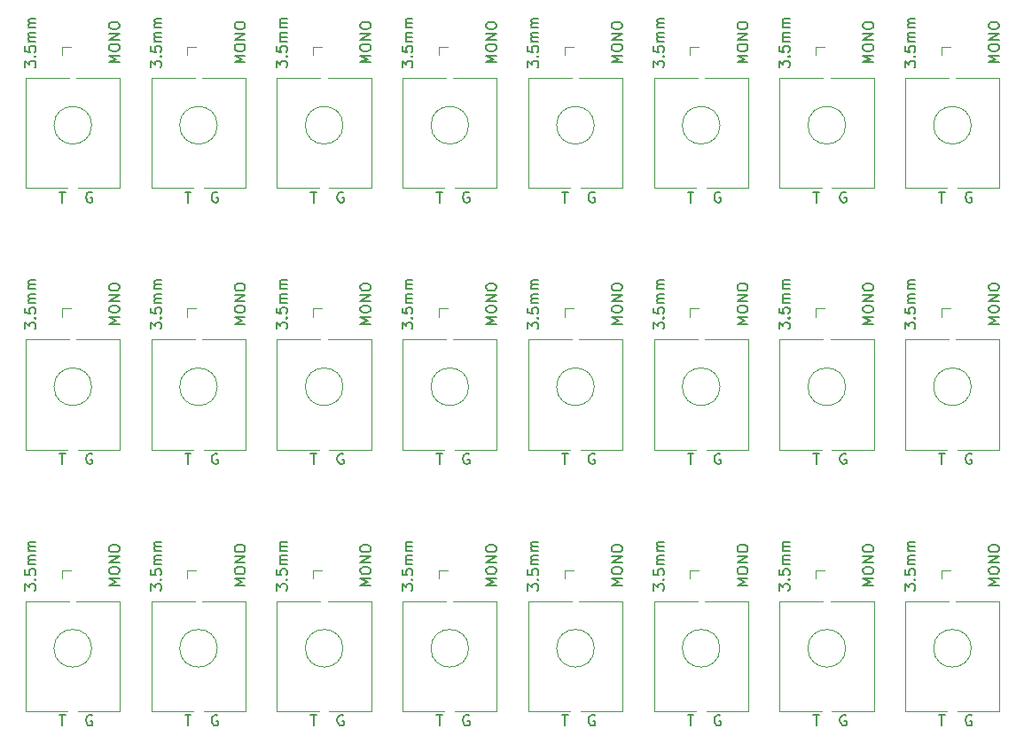
<source format=gbr>
%TF.GenerationSoftware,KiCad,Pcbnew,(6.0.0-0)*%
%TF.CreationDate,2022-11-30T22:12:17-05:00*%
%TF.ProjectId,AudioJack-Breakout,41756469-6f4a-4616-936b-2d427265616b,rev?*%
%TF.SameCoordinates,Original*%
%TF.FileFunction,Legend,Top*%
%TF.FilePolarity,Positive*%
%FSLAX46Y46*%
G04 Gerber Fmt 4.6, Leading zero omitted, Abs format (unit mm)*
G04 Created by KiCad (PCBNEW (6.0.0-0)) date 2022-11-30 22:12:17*
%MOMM*%
%LPD*%
G01*
G04 APERTURE LIST*
%ADD10C,0.150000*%
%ADD11C,0.120000*%
G04 APERTURE END LIST*
D10*
X188714285Y-134288380D02*
X189285714Y-134288380D01*
X189000000Y-135288380D02*
X189000000Y-134288380D01*
X185452380Y-122380952D02*
X185452380Y-121761904D01*
X185833333Y-122095238D01*
X185833333Y-121952380D01*
X185880952Y-121857142D01*
X185928571Y-121809523D01*
X186023809Y-121761904D01*
X186261904Y-121761904D01*
X186357142Y-121809523D01*
X186404761Y-121857142D01*
X186452380Y-121952380D01*
X186452380Y-122238095D01*
X186404761Y-122333333D01*
X186357142Y-122380952D01*
X186357142Y-121333333D02*
X186404761Y-121285714D01*
X186452380Y-121333333D01*
X186404761Y-121380952D01*
X186357142Y-121333333D01*
X186452380Y-121333333D01*
X185452380Y-120380952D02*
X185452380Y-120857142D01*
X185928571Y-120904761D01*
X185880952Y-120857142D01*
X185833333Y-120761904D01*
X185833333Y-120523809D01*
X185880952Y-120428571D01*
X185928571Y-120380952D01*
X186023809Y-120333333D01*
X186261904Y-120333333D01*
X186357142Y-120380952D01*
X186404761Y-120428571D01*
X186452380Y-120523809D01*
X186452380Y-120761904D01*
X186404761Y-120857142D01*
X186357142Y-120904761D01*
X186452380Y-119904761D02*
X185785714Y-119904761D01*
X185880952Y-119904761D02*
X185833333Y-119857142D01*
X185785714Y-119761904D01*
X185785714Y-119619047D01*
X185833333Y-119523809D01*
X185928571Y-119476190D01*
X186452380Y-119476190D01*
X185928571Y-119476190D02*
X185833333Y-119428571D01*
X185785714Y-119333333D01*
X185785714Y-119190476D01*
X185833333Y-119095238D01*
X185928571Y-119047619D01*
X186452380Y-119047619D01*
X186452380Y-118571428D02*
X185785714Y-118571428D01*
X185880952Y-118571428D02*
X185833333Y-118523809D01*
X185785714Y-118428571D01*
X185785714Y-118285714D01*
X185833333Y-118190476D01*
X185928571Y-118142857D01*
X186452380Y-118142857D01*
X185928571Y-118142857D02*
X185833333Y-118095238D01*
X185785714Y-118000000D01*
X185785714Y-117857142D01*
X185833333Y-117761904D01*
X185928571Y-117714285D01*
X186452380Y-117714285D01*
X191831904Y-134336000D02*
X191736666Y-134288380D01*
X191593809Y-134288380D01*
X191450952Y-134336000D01*
X191355714Y-134431238D01*
X191308095Y-134526476D01*
X191260476Y-134716952D01*
X191260476Y-134859809D01*
X191308095Y-135050285D01*
X191355714Y-135145523D01*
X191450952Y-135240761D01*
X191593809Y-135288380D01*
X191689047Y-135288380D01*
X191831904Y-135240761D01*
X191879523Y-135193142D01*
X191879523Y-134859809D01*
X191689047Y-134859809D01*
X194452380Y-121904761D02*
X193452380Y-121904761D01*
X194166666Y-121571428D01*
X193452380Y-121238095D01*
X194452380Y-121238095D01*
X193452380Y-120571428D02*
X193452380Y-120380952D01*
X193500000Y-120285714D01*
X193595238Y-120190476D01*
X193785714Y-120142857D01*
X194119047Y-120142857D01*
X194309523Y-120190476D01*
X194404761Y-120285714D01*
X194452380Y-120380952D01*
X194452380Y-120571428D01*
X194404761Y-120666666D01*
X194309523Y-120761904D01*
X194119047Y-120809523D01*
X193785714Y-120809523D01*
X193595238Y-120761904D01*
X193500000Y-120666666D01*
X193452380Y-120571428D01*
X194452380Y-119714285D02*
X193452380Y-119714285D01*
X194452380Y-119142857D01*
X193452380Y-119142857D01*
X193452380Y-118476190D02*
X193452380Y-118285714D01*
X193500000Y-118190476D01*
X193595238Y-118095238D01*
X193785714Y-118047619D01*
X194119047Y-118047619D01*
X194309523Y-118095238D01*
X194404761Y-118190476D01*
X194452380Y-118285714D01*
X194452380Y-118476190D01*
X194404761Y-118571428D01*
X194309523Y-118666666D01*
X194119047Y-118714285D01*
X193785714Y-118714285D01*
X193595238Y-118666666D01*
X193500000Y-118571428D01*
X193452380Y-118476190D01*
X176714285Y-134288380D02*
X177285714Y-134288380D01*
X177000000Y-135288380D02*
X177000000Y-134288380D01*
X173452380Y-122380952D02*
X173452380Y-121761904D01*
X173833333Y-122095238D01*
X173833333Y-121952380D01*
X173880952Y-121857142D01*
X173928571Y-121809523D01*
X174023809Y-121761904D01*
X174261904Y-121761904D01*
X174357142Y-121809523D01*
X174404761Y-121857142D01*
X174452380Y-121952380D01*
X174452380Y-122238095D01*
X174404761Y-122333333D01*
X174357142Y-122380952D01*
X174357142Y-121333333D02*
X174404761Y-121285714D01*
X174452380Y-121333333D01*
X174404761Y-121380952D01*
X174357142Y-121333333D01*
X174452380Y-121333333D01*
X173452380Y-120380952D02*
X173452380Y-120857142D01*
X173928571Y-120904761D01*
X173880952Y-120857142D01*
X173833333Y-120761904D01*
X173833333Y-120523809D01*
X173880952Y-120428571D01*
X173928571Y-120380952D01*
X174023809Y-120333333D01*
X174261904Y-120333333D01*
X174357142Y-120380952D01*
X174404761Y-120428571D01*
X174452380Y-120523809D01*
X174452380Y-120761904D01*
X174404761Y-120857142D01*
X174357142Y-120904761D01*
X174452380Y-119904761D02*
X173785714Y-119904761D01*
X173880952Y-119904761D02*
X173833333Y-119857142D01*
X173785714Y-119761904D01*
X173785714Y-119619047D01*
X173833333Y-119523809D01*
X173928571Y-119476190D01*
X174452380Y-119476190D01*
X173928571Y-119476190D02*
X173833333Y-119428571D01*
X173785714Y-119333333D01*
X173785714Y-119190476D01*
X173833333Y-119095238D01*
X173928571Y-119047619D01*
X174452380Y-119047619D01*
X174452380Y-118571428D02*
X173785714Y-118571428D01*
X173880952Y-118571428D02*
X173833333Y-118523809D01*
X173785714Y-118428571D01*
X173785714Y-118285714D01*
X173833333Y-118190476D01*
X173928571Y-118142857D01*
X174452380Y-118142857D01*
X173928571Y-118142857D02*
X173833333Y-118095238D01*
X173785714Y-118000000D01*
X173785714Y-117857142D01*
X173833333Y-117761904D01*
X173928571Y-117714285D01*
X174452380Y-117714285D01*
X179831904Y-134336000D02*
X179736666Y-134288380D01*
X179593809Y-134288380D01*
X179450952Y-134336000D01*
X179355714Y-134431238D01*
X179308095Y-134526476D01*
X179260476Y-134716952D01*
X179260476Y-134859809D01*
X179308095Y-135050285D01*
X179355714Y-135145523D01*
X179450952Y-135240761D01*
X179593809Y-135288380D01*
X179689047Y-135288380D01*
X179831904Y-135240761D01*
X179879523Y-135193142D01*
X179879523Y-134859809D01*
X179689047Y-134859809D01*
X182452380Y-121904761D02*
X181452380Y-121904761D01*
X182166666Y-121571428D01*
X181452380Y-121238095D01*
X182452380Y-121238095D01*
X181452380Y-120571428D02*
X181452380Y-120380952D01*
X181500000Y-120285714D01*
X181595238Y-120190476D01*
X181785714Y-120142857D01*
X182119047Y-120142857D01*
X182309523Y-120190476D01*
X182404761Y-120285714D01*
X182452380Y-120380952D01*
X182452380Y-120571428D01*
X182404761Y-120666666D01*
X182309523Y-120761904D01*
X182119047Y-120809523D01*
X181785714Y-120809523D01*
X181595238Y-120761904D01*
X181500000Y-120666666D01*
X181452380Y-120571428D01*
X182452380Y-119714285D02*
X181452380Y-119714285D01*
X182452380Y-119142857D01*
X181452380Y-119142857D01*
X181452380Y-118476190D02*
X181452380Y-118285714D01*
X181500000Y-118190476D01*
X181595238Y-118095238D01*
X181785714Y-118047619D01*
X182119047Y-118047619D01*
X182309523Y-118095238D01*
X182404761Y-118190476D01*
X182452380Y-118285714D01*
X182452380Y-118476190D01*
X182404761Y-118571428D01*
X182309523Y-118666666D01*
X182119047Y-118714285D01*
X181785714Y-118714285D01*
X181595238Y-118666666D01*
X181500000Y-118571428D01*
X181452380Y-118476190D01*
X164714285Y-134288380D02*
X165285714Y-134288380D01*
X165000000Y-135288380D02*
X165000000Y-134288380D01*
X161452380Y-122380952D02*
X161452380Y-121761904D01*
X161833333Y-122095238D01*
X161833333Y-121952380D01*
X161880952Y-121857142D01*
X161928571Y-121809523D01*
X162023809Y-121761904D01*
X162261904Y-121761904D01*
X162357142Y-121809523D01*
X162404761Y-121857142D01*
X162452380Y-121952380D01*
X162452380Y-122238095D01*
X162404761Y-122333333D01*
X162357142Y-122380952D01*
X162357142Y-121333333D02*
X162404761Y-121285714D01*
X162452380Y-121333333D01*
X162404761Y-121380952D01*
X162357142Y-121333333D01*
X162452380Y-121333333D01*
X161452380Y-120380952D02*
X161452380Y-120857142D01*
X161928571Y-120904761D01*
X161880952Y-120857142D01*
X161833333Y-120761904D01*
X161833333Y-120523809D01*
X161880952Y-120428571D01*
X161928571Y-120380952D01*
X162023809Y-120333333D01*
X162261904Y-120333333D01*
X162357142Y-120380952D01*
X162404761Y-120428571D01*
X162452380Y-120523809D01*
X162452380Y-120761904D01*
X162404761Y-120857142D01*
X162357142Y-120904761D01*
X162452380Y-119904761D02*
X161785714Y-119904761D01*
X161880952Y-119904761D02*
X161833333Y-119857142D01*
X161785714Y-119761904D01*
X161785714Y-119619047D01*
X161833333Y-119523809D01*
X161928571Y-119476190D01*
X162452380Y-119476190D01*
X161928571Y-119476190D02*
X161833333Y-119428571D01*
X161785714Y-119333333D01*
X161785714Y-119190476D01*
X161833333Y-119095238D01*
X161928571Y-119047619D01*
X162452380Y-119047619D01*
X162452380Y-118571428D02*
X161785714Y-118571428D01*
X161880952Y-118571428D02*
X161833333Y-118523809D01*
X161785714Y-118428571D01*
X161785714Y-118285714D01*
X161833333Y-118190476D01*
X161928571Y-118142857D01*
X162452380Y-118142857D01*
X161928571Y-118142857D02*
X161833333Y-118095238D01*
X161785714Y-118000000D01*
X161785714Y-117857142D01*
X161833333Y-117761904D01*
X161928571Y-117714285D01*
X162452380Y-117714285D01*
X167831904Y-134336000D02*
X167736666Y-134288380D01*
X167593809Y-134288380D01*
X167450952Y-134336000D01*
X167355714Y-134431238D01*
X167308095Y-134526476D01*
X167260476Y-134716952D01*
X167260476Y-134859809D01*
X167308095Y-135050285D01*
X167355714Y-135145523D01*
X167450952Y-135240761D01*
X167593809Y-135288380D01*
X167689047Y-135288380D01*
X167831904Y-135240761D01*
X167879523Y-135193142D01*
X167879523Y-134859809D01*
X167689047Y-134859809D01*
X170452380Y-121904761D02*
X169452380Y-121904761D01*
X170166666Y-121571428D01*
X169452380Y-121238095D01*
X170452380Y-121238095D01*
X169452380Y-120571428D02*
X169452380Y-120380952D01*
X169500000Y-120285714D01*
X169595238Y-120190476D01*
X169785714Y-120142857D01*
X170119047Y-120142857D01*
X170309523Y-120190476D01*
X170404761Y-120285714D01*
X170452380Y-120380952D01*
X170452380Y-120571428D01*
X170404761Y-120666666D01*
X170309523Y-120761904D01*
X170119047Y-120809523D01*
X169785714Y-120809523D01*
X169595238Y-120761904D01*
X169500000Y-120666666D01*
X169452380Y-120571428D01*
X170452380Y-119714285D02*
X169452380Y-119714285D01*
X170452380Y-119142857D01*
X169452380Y-119142857D01*
X169452380Y-118476190D02*
X169452380Y-118285714D01*
X169500000Y-118190476D01*
X169595238Y-118095238D01*
X169785714Y-118047619D01*
X170119047Y-118047619D01*
X170309523Y-118095238D01*
X170404761Y-118190476D01*
X170452380Y-118285714D01*
X170452380Y-118476190D01*
X170404761Y-118571428D01*
X170309523Y-118666666D01*
X170119047Y-118714285D01*
X169785714Y-118714285D01*
X169595238Y-118666666D01*
X169500000Y-118571428D01*
X169452380Y-118476190D01*
X152714285Y-134288380D02*
X153285714Y-134288380D01*
X153000000Y-135288380D02*
X153000000Y-134288380D01*
X149452380Y-122380952D02*
X149452380Y-121761904D01*
X149833333Y-122095238D01*
X149833333Y-121952380D01*
X149880952Y-121857142D01*
X149928571Y-121809523D01*
X150023809Y-121761904D01*
X150261904Y-121761904D01*
X150357142Y-121809523D01*
X150404761Y-121857142D01*
X150452380Y-121952380D01*
X150452380Y-122238095D01*
X150404761Y-122333333D01*
X150357142Y-122380952D01*
X150357142Y-121333333D02*
X150404761Y-121285714D01*
X150452380Y-121333333D01*
X150404761Y-121380952D01*
X150357142Y-121333333D01*
X150452380Y-121333333D01*
X149452380Y-120380952D02*
X149452380Y-120857142D01*
X149928571Y-120904761D01*
X149880952Y-120857142D01*
X149833333Y-120761904D01*
X149833333Y-120523809D01*
X149880952Y-120428571D01*
X149928571Y-120380952D01*
X150023809Y-120333333D01*
X150261904Y-120333333D01*
X150357142Y-120380952D01*
X150404761Y-120428571D01*
X150452380Y-120523809D01*
X150452380Y-120761904D01*
X150404761Y-120857142D01*
X150357142Y-120904761D01*
X150452380Y-119904761D02*
X149785714Y-119904761D01*
X149880952Y-119904761D02*
X149833333Y-119857142D01*
X149785714Y-119761904D01*
X149785714Y-119619047D01*
X149833333Y-119523809D01*
X149928571Y-119476190D01*
X150452380Y-119476190D01*
X149928571Y-119476190D02*
X149833333Y-119428571D01*
X149785714Y-119333333D01*
X149785714Y-119190476D01*
X149833333Y-119095238D01*
X149928571Y-119047619D01*
X150452380Y-119047619D01*
X150452380Y-118571428D02*
X149785714Y-118571428D01*
X149880952Y-118571428D02*
X149833333Y-118523809D01*
X149785714Y-118428571D01*
X149785714Y-118285714D01*
X149833333Y-118190476D01*
X149928571Y-118142857D01*
X150452380Y-118142857D01*
X149928571Y-118142857D02*
X149833333Y-118095238D01*
X149785714Y-118000000D01*
X149785714Y-117857142D01*
X149833333Y-117761904D01*
X149928571Y-117714285D01*
X150452380Y-117714285D01*
X155831904Y-134336000D02*
X155736666Y-134288380D01*
X155593809Y-134288380D01*
X155450952Y-134336000D01*
X155355714Y-134431238D01*
X155308095Y-134526476D01*
X155260476Y-134716952D01*
X155260476Y-134859809D01*
X155308095Y-135050285D01*
X155355714Y-135145523D01*
X155450952Y-135240761D01*
X155593809Y-135288380D01*
X155689047Y-135288380D01*
X155831904Y-135240761D01*
X155879523Y-135193142D01*
X155879523Y-134859809D01*
X155689047Y-134859809D01*
X158452380Y-121904761D02*
X157452380Y-121904761D01*
X158166666Y-121571428D01*
X157452380Y-121238095D01*
X158452380Y-121238095D01*
X157452380Y-120571428D02*
X157452380Y-120380952D01*
X157500000Y-120285714D01*
X157595238Y-120190476D01*
X157785714Y-120142857D01*
X158119047Y-120142857D01*
X158309523Y-120190476D01*
X158404761Y-120285714D01*
X158452380Y-120380952D01*
X158452380Y-120571428D01*
X158404761Y-120666666D01*
X158309523Y-120761904D01*
X158119047Y-120809523D01*
X157785714Y-120809523D01*
X157595238Y-120761904D01*
X157500000Y-120666666D01*
X157452380Y-120571428D01*
X158452380Y-119714285D02*
X157452380Y-119714285D01*
X158452380Y-119142857D01*
X157452380Y-119142857D01*
X157452380Y-118476190D02*
X157452380Y-118285714D01*
X157500000Y-118190476D01*
X157595238Y-118095238D01*
X157785714Y-118047619D01*
X158119047Y-118047619D01*
X158309523Y-118095238D01*
X158404761Y-118190476D01*
X158452380Y-118285714D01*
X158452380Y-118476190D01*
X158404761Y-118571428D01*
X158309523Y-118666666D01*
X158119047Y-118714285D01*
X157785714Y-118714285D01*
X157595238Y-118666666D01*
X157500000Y-118571428D01*
X157452380Y-118476190D01*
X140714285Y-134288380D02*
X141285714Y-134288380D01*
X141000000Y-135288380D02*
X141000000Y-134288380D01*
X137452380Y-122380952D02*
X137452380Y-121761904D01*
X137833333Y-122095238D01*
X137833333Y-121952380D01*
X137880952Y-121857142D01*
X137928571Y-121809523D01*
X138023809Y-121761904D01*
X138261904Y-121761904D01*
X138357142Y-121809523D01*
X138404761Y-121857142D01*
X138452380Y-121952380D01*
X138452380Y-122238095D01*
X138404761Y-122333333D01*
X138357142Y-122380952D01*
X138357142Y-121333333D02*
X138404761Y-121285714D01*
X138452380Y-121333333D01*
X138404761Y-121380952D01*
X138357142Y-121333333D01*
X138452380Y-121333333D01*
X137452380Y-120380952D02*
X137452380Y-120857142D01*
X137928571Y-120904761D01*
X137880952Y-120857142D01*
X137833333Y-120761904D01*
X137833333Y-120523809D01*
X137880952Y-120428571D01*
X137928571Y-120380952D01*
X138023809Y-120333333D01*
X138261904Y-120333333D01*
X138357142Y-120380952D01*
X138404761Y-120428571D01*
X138452380Y-120523809D01*
X138452380Y-120761904D01*
X138404761Y-120857142D01*
X138357142Y-120904761D01*
X138452380Y-119904761D02*
X137785714Y-119904761D01*
X137880952Y-119904761D02*
X137833333Y-119857142D01*
X137785714Y-119761904D01*
X137785714Y-119619047D01*
X137833333Y-119523809D01*
X137928571Y-119476190D01*
X138452380Y-119476190D01*
X137928571Y-119476190D02*
X137833333Y-119428571D01*
X137785714Y-119333333D01*
X137785714Y-119190476D01*
X137833333Y-119095238D01*
X137928571Y-119047619D01*
X138452380Y-119047619D01*
X138452380Y-118571428D02*
X137785714Y-118571428D01*
X137880952Y-118571428D02*
X137833333Y-118523809D01*
X137785714Y-118428571D01*
X137785714Y-118285714D01*
X137833333Y-118190476D01*
X137928571Y-118142857D01*
X138452380Y-118142857D01*
X137928571Y-118142857D02*
X137833333Y-118095238D01*
X137785714Y-118000000D01*
X137785714Y-117857142D01*
X137833333Y-117761904D01*
X137928571Y-117714285D01*
X138452380Y-117714285D01*
X143831904Y-134336000D02*
X143736666Y-134288380D01*
X143593809Y-134288380D01*
X143450952Y-134336000D01*
X143355714Y-134431238D01*
X143308095Y-134526476D01*
X143260476Y-134716952D01*
X143260476Y-134859809D01*
X143308095Y-135050285D01*
X143355714Y-135145523D01*
X143450952Y-135240761D01*
X143593809Y-135288380D01*
X143689047Y-135288380D01*
X143831904Y-135240761D01*
X143879523Y-135193142D01*
X143879523Y-134859809D01*
X143689047Y-134859809D01*
X146452380Y-121904761D02*
X145452380Y-121904761D01*
X146166666Y-121571428D01*
X145452380Y-121238095D01*
X146452380Y-121238095D01*
X145452380Y-120571428D02*
X145452380Y-120380952D01*
X145500000Y-120285714D01*
X145595238Y-120190476D01*
X145785714Y-120142857D01*
X146119047Y-120142857D01*
X146309523Y-120190476D01*
X146404761Y-120285714D01*
X146452380Y-120380952D01*
X146452380Y-120571428D01*
X146404761Y-120666666D01*
X146309523Y-120761904D01*
X146119047Y-120809523D01*
X145785714Y-120809523D01*
X145595238Y-120761904D01*
X145500000Y-120666666D01*
X145452380Y-120571428D01*
X146452380Y-119714285D02*
X145452380Y-119714285D01*
X146452380Y-119142857D01*
X145452380Y-119142857D01*
X145452380Y-118476190D02*
X145452380Y-118285714D01*
X145500000Y-118190476D01*
X145595238Y-118095238D01*
X145785714Y-118047619D01*
X146119047Y-118047619D01*
X146309523Y-118095238D01*
X146404761Y-118190476D01*
X146452380Y-118285714D01*
X146452380Y-118476190D01*
X146404761Y-118571428D01*
X146309523Y-118666666D01*
X146119047Y-118714285D01*
X145785714Y-118714285D01*
X145595238Y-118666666D01*
X145500000Y-118571428D01*
X145452380Y-118476190D01*
X128714285Y-134288380D02*
X129285714Y-134288380D01*
X129000000Y-135288380D02*
X129000000Y-134288380D01*
X125452380Y-122380952D02*
X125452380Y-121761904D01*
X125833333Y-122095238D01*
X125833333Y-121952380D01*
X125880952Y-121857142D01*
X125928571Y-121809523D01*
X126023809Y-121761904D01*
X126261904Y-121761904D01*
X126357142Y-121809523D01*
X126404761Y-121857142D01*
X126452380Y-121952380D01*
X126452380Y-122238095D01*
X126404761Y-122333333D01*
X126357142Y-122380952D01*
X126357142Y-121333333D02*
X126404761Y-121285714D01*
X126452380Y-121333333D01*
X126404761Y-121380952D01*
X126357142Y-121333333D01*
X126452380Y-121333333D01*
X125452380Y-120380952D02*
X125452380Y-120857142D01*
X125928571Y-120904761D01*
X125880952Y-120857142D01*
X125833333Y-120761904D01*
X125833333Y-120523809D01*
X125880952Y-120428571D01*
X125928571Y-120380952D01*
X126023809Y-120333333D01*
X126261904Y-120333333D01*
X126357142Y-120380952D01*
X126404761Y-120428571D01*
X126452380Y-120523809D01*
X126452380Y-120761904D01*
X126404761Y-120857142D01*
X126357142Y-120904761D01*
X126452380Y-119904761D02*
X125785714Y-119904761D01*
X125880952Y-119904761D02*
X125833333Y-119857142D01*
X125785714Y-119761904D01*
X125785714Y-119619047D01*
X125833333Y-119523809D01*
X125928571Y-119476190D01*
X126452380Y-119476190D01*
X125928571Y-119476190D02*
X125833333Y-119428571D01*
X125785714Y-119333333D01*
X125785714Y-119190476D01*
X125833333Y-119095238D01*
X125928571Y-119047619D01*
X126452380Y-119047619D01*
X126452380Y-118571428D02*
X125785714Y-118571428D01*
X125880952Y-118571428D02*
X125833333Y-118523809D01*
X125785714Y-118428571D01*
X125785714Y-118285714D01*
X125833333Y-118190476D01*
X125928571Y-118142857D01*
X126452380Y-118142857D01*
X125928571Y-118142857D02*
X125833333Y-118095238D01*
X125785714Y-118000000D01*
X125785714Y-117857142D01*
X125833333Y-117761904D01*
X125928571Y-117714285D01*
X126452380Y-117714285D01*
X131831904Y-134336000D02*
X131736666Y-134288380D01*
X131593809Y-134288380D01*
X131450952Y-134336000D01*
X131355714Y-134431238D01*
X131308095Y-134526476D01*
X131260476Y-134716952D01*
X131260476Y-134859809D01*
X131308095Y-135050285D01*
X131355714Y-135145523D01*
X131450952Y-135240761D01*
X131593809Y-135288380D01*
X131689047Y-135288380D01*
X131831904Y-135240761D01*
X131879523Y-135193142D01*
X131879523Y-134859809D01*
X131689047Y-134859809D01*
X134452380Y-121904761D02*
X133452380Y-121904761D01*
X134166666Y-121571428D01*
X133452380Y-121238095D01*
X134452380Y-121238095D01*
X133452380Y-120571428D02*
X133452380Y-120380952D01*
X133500000Y-120285714D01*
X133595238Y-120190476D01*
X133785714Y-120142857D01*
X134119047Y-120142857D01*
X134309523Y-120190476D01*
X134404761Y-120285714D01*
X134452380Y-120380952D01*
X134452380Y-120571428D01*
X134404761Y-120666666D01*
X134309523Y-120761904D01*
X134119047Y-120809523D01*
X133785714Y-120809523D01*
X133595238Y-120761904D01*
X133500000Y-120666666D01*
X133452380Y-120571428D01*
X134452380Y-119714285D02*
X133452380Y-119714285D01*
X134452380Y-119142857D01*
X133452380Y-119142857D01*
X133452380Y-118476190D02*
X133452380Y-118285714D01*
X133500000Y-118190476D01*
X133595238Y-118095238D01*
X133785714Y-118047619D01*
X134119047Y-118047619D01*
X134309523Y-118095238D01*
X134404761Y-118190476D01*
X134452380Y-118285714D01*
X134452380Y-118476190D01*
X134404761Y-118571428D01*
X134309523Y-118666666D01*
X134119047Y-118714285D01*
X133785714Y-118714285D01*
X133595238Y-118666666D01*
X133500000Y-118571428D01*
X133452380Y-118476190D01*
X116714285Y-134288380D02*
X117285714Y-134288380D01*
X117000000Y-135288380D02*
X117000000Y-134288380D01*
X113452380Y-122380952D02*
X113452380Y-121761904D01*
X113833333Y-122095238D01*
X113833333Y-121952380D01*
X113880952Y-121857142D01*
X113928571Y-121809523D01*
X114023809Y-121761904D01*
X114261904Y-121761904D01*
X114357142Y-121809523D01*
X114404761Y-121857142D01*
X114452380Y-121952380D01*
X114452380Y-122238095D01*
X114404761Y-122333333D01*
X114357142Y-122380952D01*
X114357142Y-121333333D02*
X114404761Y-121285714D01*
X114452380Y-121333333D01*
X114404761Y-121380952D01*
X114357142Y-121333333D01*
X114452380Y-121333333D01*
X113452380Y-120380952D02*
X113452380Y-120857142D01*
X113928571Y-120904761D01*
X113880952Y-120857142D01*
X113833333Y-120761904D01*
X113833333Y-120523809D01*
X113880952Y-120428571D01*
X113928571Y-120380952D01*
X114023809Y-120333333D01*
X114261904Y-120333333D01*
X114357142Y-120380952D01*
X114404761Y-120428571D01*
X114452380Y-120523809D01*
X114452380Y-120761904D01*
X114404761Y-120857142D01*
X114357142Y-120904761D01*
X114452380Y-119904761D02*
X113785714Y-119904761D01*
X113880952Y-119904761D02*
X113833333Y-119857142D01*
X113785714Y-119761904D01*
X113785714Y-119619047D01*
X113833333Y-119523809D01*
X113928571Y-119476190D01*
X114452380Y-119476190D01*
X113928571Y-119476190D02*
X113833333Y-119428571D01*
X113785714Y-119333333D01*
X113785714Y-119190476D01*
X113833333Y-119095238D01*
X113928571Y-119047619D01*
X114452380Y-119047619D01*
X114452380Y-118571428D02*
X113785714Y-118571428D01*
X113880952Y-118571428D02*
X113833333Y-118523809D01*
X113785714Y-118428571D01*
X113785714Y-118285714D01*
X113833333Y-118190476D01*
X113928571Y-118142857D01*
X114452380Y-118142857D01*
X113928571Y-118142857D02*
X113833333Y-118095238D01*
X113785714Y-118000000D01*
X113785714Y-117857142D01*
X113833333Y-117761904D01*
X113928571Y-117714285D01*
X114452380Y-117714285D01*
X119831904Y-134336000D02*
X119736666Y-134288380D01*
X119593809Y-134288380D01*
X119450952Y-134336000D01*
X119355714Y-134431238D01*
X119308095Y-134526476D01*
X119260476Y-134716952D01*
X119260476Y-134859809D01*
X119308095Y-135050285D01*
X119355714Y-135145523D01*
X119450952Y-135240761D01*
X119593809Y-135288380D01*
X119689047Y-135288380D01*
X119831904Y-135240761D01*
X119879523Y-135193142D01*
X119879523Y-134859809D01*
X119689047Y-134859809D01*
X122452380Y-121904761D02*
X121452380Y-121904761D01*
X122166666Y-121571428D01*
X121452380Y-121238095D01*
X122452380Y-121238095D01*
X121452380Y-120571428D02*
X121452380Y-120380952D01*
X121500000Y-120285714D01*
X121595238Y-120190476D01*
X121785714Y-120142857D01*
X122119047Y-120142857D01*
X122309523Y-120190476D01*
X122404761Y-120285714D01*
X122452380Y-120380952D01*
X122452380Y-120571428D01*
X122404761Y-120666666D01*
X122309523Y-120761904D01*
X122119047Y-120809523D01*
X121785714Y-120809523D01*
X121595238Y-120761904D01*
X121500000Y-120666666D01*
X121452380Y-120571428D01*
X122452380Y-119714285D02*
X121452380Y-119714285D01*
X122452380Y-119142857D01*
X121452380Y-119142857D01*
X121452380Y-118476190D02*
X121452380Y-118285714D01*
X121500000Y-118190476D01*
X121595238Y-118095238D01*
X121785714Y-118047619D01*
X122119047Y-118047619D01*
X122309523Y-118095238D01*
X122404761Y-118190476D01*
X122452380Y-118285714D01*
X122452380Y-118476190D01*
X122404761Y-118571428D01*
X122309523Y-118666666D01*
X122119047Y-118714285D01*
X121785714Y-118714285D01*
X121595238Y-118666666D01*
X121500000Y-118571428D01*
X121452380Y-118476190D01*
X104714285Y-134288380D02*
X105285714Y-134288380D01*
X105000000Y-135288380D02*
X105000000Y-134288380D01*
X101452380Y-122380952D02*
X101452380Y-121761904D01*
X101833333Y-122095238D01*
X101833333Y-121952380D01*
X101880952Y-121857142D01*
X101928571Y-121809523D01*
X102023809Y-121761904D01*
X102261904Y-121761904D01*
X102357142Y-121809523D01*
X102404761Y-121857142D01*
X102452380Y-121952380D01*
X102452380Y-122238095D01*
X102404761Y-122333333D01*
X102357142Y-122380952D01*
X102357142Y-121333333D02*
X102404761Y-121285714D01*
X102452380Y-121333333D01*
X102404761Y-121380952D01*
X102357142Y-121333333D01*
X102452380Y-121333333D01*
X101452380Y-120380952D02*
X101452380Y-120857142D01*
X101928571Y-120904761D01*
X101880952Y-120857142D01*
X101833333Y-120761904D01*
X101833333Y-120523809D01*
X101880952Y-120428571D01*
X101928571Y-120380952D01*
X102023809Y-120333333D01*
X102261904Y-120333333D01*
X102357142Y-120380952D01*
X102404761Y-120428571D01*
X102452380Y-120523809D01*
X102452380Y-120761904D01*
X102404761Y-120857142D01*
X102357142Y-120904761D01*
X102452380Y-119904761D02*
X101785714Y-119904761D01*
X101880952Y-119904761D02*
X101833333Y-119857142D01*
X101785714Y-119761904D01*
X101785714Y-119619047D01*
X101833333Y-119523809D01*
X101928571Y-119476190D01*
X102452380Y-119476190D01*
X101928571Y-119476190D02*
X101833333Y-119428571D01*
X101785714Y-119333333D01*
X101785714Y-119190476D01*
X101833333Y-119095238D01*
X101928571Y-119047619D01*
X102452380Y-119047619D01*
X102452380Y-118571428D02*
X101785714Y-118571428D01*
X101880952Y-118571428D02*
X101833333Y-118523809D01*
X101785714Y-118428571D01*
X101785714Y-118285714D01*
X101833333Y-118190476D01*
X101928571Y-118142857D01*
X102452380Y-118142857D01*
X101928571Y-118142857D02*
X101833333Y-118095238D01*
X101785714Y-118000000D01*
X101785714Y-117857142D01*
X101833333Y-117761904D01*
X101928571Y-117714285D01*
X102452380Y-117714285D01*
X107831904Y-134336000D02*
X107736666Y-134288380D01*
X107593809Y-134288380D01*
X107450952Y-134336000D01*
X107355714Y-134431238D01*
X107308095Y-134526476D01*
X107260476Y-134716952D01*
X107260476Y-134859809D01*
X107308095Y-135050285D01*
X107355714Y-135145523D01*
X107450952Y-135240761D01*
X107593809Y-135288380D01*
X107689047Y-135288380D01*
X107831904Y-135240761D01*
X107879523Y-135193142D01*
X107879523Y-134859809D01*
X107689047Y-134859809D01*
X110452380Y-121904761D02*
X109452380Y-121904761D01*
X110166666Y-121571428D01*
X109452380Y-121238095D01*
X110452380Y-121238095D01*
X109452380Y-120571428D02*
X109452380Y-120380952D01*
X109500000Y-120285714D01*
X109595238Y-120190476D01*
X109785714Y-120142857D01*
X110119047Y-120142857D01*
X110309523Y-120190476D01*
X110404761Y-120285714D01*
X110452380Y-120380952D01*
X110452380Y-120571428D01*
X110404761Y-120666666D01*
X110309523Y-120761904D01*
X110119047Y-120809523D01*
X109785714Y-120809523D01*
X109595238Y-120761904D01*
X109500000Y-120666666D01*
X109452380Y-120571428D01*
X110452380Y-119714285D02*
X109452380Y-119714285D01*
X110452380Y-119142857D01*
X109452380Y-119142857D01*
X109452380Y-118476190D02*
X109452380Y-118285714D01*
X109500000Y-118190476D01*
X109595238Y-118095238D01*
X109785714Y-118047619D01*
X110119047Y-118047619D01*
X110309523Y-118095238D01*
X110404761Y-118190476D01*
X110452380Y-118285714D01*
X110452380Y-118476190D01*
X110404761Y-118571428D01*
X110309523Y-118666666D01*
X110119047Y-118714285D01*
X109785714Y-118714285D01*
X109595238Y-118666666D01*
X109500000Y-118571428D01*
X109452380Y-118476190D01*
X188714285Y-109288380D02*
X189285714Y-109288380D01*
X189000000Y-110288380D02*
X189000000Y-109288380D01*
X185452380Y-97380952D02*
X185452380Y-96761904D01*
X185833333Y-97095238D01*
X185833333Y-96952380D01*
X185880952Y-96857142D01*
X185928571Y-96809523D01*
X186023809Y-96761904D01*
X186261904Y-96761904D01*
X186357142Y-96809523D01*
X186404761Y-96857142D01*
X186452380Y-96952380D01*
X186452380Y-97238095D01*
X186404761Y-97333333D01*
X186357142Y-97380952D01*
X186357142Y-96333333D02*
X186404761Y-96285714D01*
X186452380Y-96333333D01*
X186404761Y-96380952D01*
X186357142Y-96333333D01*
X186452380Y-96333333D01*
X185452380Y-95380952D02*
X185452380Y-95857142D01*
X185928571Y-95904761D01*
X185880952Y-95857142D01*
X185833333Y-95761904D01*
X185833333Y-95523809D01*
X185880952Y-95428571D01*
X185928571Y-95380952D01*
X186023809Y-95333333D01*
X186261904Y-95333333D01*
X186357142Y-95380952D01*
X186404761Y-95428571D01*
X186452380Y-95523809D01*
X186452380Y-95761904D01*
X186404761Y-95857142D01*
X186357142Y-95904761D01*
X186452380Y-94904761D02*
X185785714Y-94904761D01*
X185880952Y-94904761D02*
X185833333Y-94857142D01*
X185785714Y-94761904D01*
X185785714Y-94619047D01*
X185833333Y-94523809D01*
X185928571Y-94476190D01*
X186452380Y-94476190D01*
X185928571Y-94476190D02*
X185833333Y-94428571D01*
X185785714Y-94333333D01*
X185785714Y-94190476D01*
X185833333Y-94095238D01*
X185928571Y-94047619D01*
X186452380Y-94047619D01*
X186452380Y-93571428D02*
X185785714Y-93571428D01*
X185880952Y-93571428D02*
X185833333Y-93523809D01*
X185785714Y-93428571D01*
X185785714Y-93285714D01*
X185833333Y-93190476D01*
X185928571Y-93142857D01*
X186452380Y-93142857D01*
X185928571Y-93142857D02*
X185833333Y-93095238D01*
X185785714Y-93000000D01*
X185785714Y-92857142D01*
X185833333Y-92761904D01*
X185928571Y-92714285D01*
X186452380Y-92714285D01*
X191831904Y-109336000D02*
X191736666Y-109288380D01*
X191593809Y-109288380D01*
X191450952Y-109336000D01*
X191355714Y-109431238D01*
X191308095Y-109526476D01*
X191260476Y-109716952D01*
X191260476Y-109859809D01*
X191308095Y-110050285D01*
X191355714Y-110145523D01*
X191450952Y-110240761D01*
X191593809Y-110288380D01*
X191689047Y-110288380D01*
X191831904Y-110240761D01*
X191879523Y-110193142D01*
X191879523Y-109859809D01*
X191689047Y-109859809D01*
X194452380Y-96904761D02*
X193452380Y-96904761D01*
X194166666Y-96571428D01*
X193452380Y-96238095D01*
X194452380Y-96238095D01*
X193452380Y-95571428D02*
X193452380Y-95380952D01*
X193500000Y-95285714D01*
X193595238Y-95190476D01*
X193785714Y-95142857D01*
X194119047Y-95142857D01*
X194309523Y-95190476D01*
X194404761Y-95285714D01*
X194452380Y-95380952D01*
X194452380Y-95571428D01*
X194404761Y-95666666D01*
X194309523Y-95761904D01*
X194119047Y-95809523D01*
X193785714Y-95809523D01*
X193595238Y-95761904D01*
X193500000Y-95666666D01*
X193452380Y-95571428D01*
X194452380Y-94714285D02*
X193452380Y-94714285D01*
X194452380Y-94142857D01*
X193452380Y-94142857D01*
X193452380Y-93476190D02*
X193452380Y-93285714D01*
X193500000Y-93190476D01*
X193595238Y-93095238D01*
X193785714Y-93047619D01*
X194119047Y-93047619D01*
X194309523Y-93095238D01*
X194404761Y-93190476D01*
X194452380Y-93285714D01*
X194452380Y-93476190D01*
X194404761Y-93571428D01*
X194309523Y-93666666D01*
X194119047Y-93714285D01*
X193785714Y-93714285D01*
X193595238Y-93666666D01*
X193500000Y-93571428D01*
X193452380Y-93476190D01*
X176714285Y-109288380D02*
X177285714Y-109288380D01*
X177000000Y-110288380D02*
X177000000Y-109288380D01*
X173452380Y-97380952D02*
X173452380Y-96761904D01*
X173833333Y-97095238D01*
X173833333Y-96952380D01*
X173880952Y-96857142D01*
X173928571Y-96809523D01*
X174023809Y-96761904D01*
X174261904Y-96761904D01*
X174357142Y-96809523D01*
X174404761Y-96857142D01*
X174452380Y-96952380D01*
X174452380Y-97238095D01*
X174404761Y-97333333D01*
X174357142Y-97380952D01*
X174357142Y-96333333D02*
X174404761Y-96285714D01*
X174452380Y-96333333D01*
X174404761Y-96380952D01*
X174357142Y-96333333D01*
X174452380Y-96333333D01*
X173452380Y-95380952D02*
X173452380Y-95857142D01*
X173928571Y-95904761D01*
X173880952Y-95857142D01*
X173833333Y-95761904D01*
X173833333Y-95523809D01*
X173880952Y-95428571D01*
X173928571Y-95380952D01*
X174023809Y-95333333D01*
X174261904Y-95333333D01*
X174357142Y-95380952D01*
X174404761Y-95428571D01*
X174452380Y-95523809D01*
X174452380Y-95761904D01*
X174404761Y-95857142D01*
X174357142Y-95904761D01*
X174452380Y-94904761D02*
X173785714Y-94904761D01*
X173880952Y-94904761D02*
X173833333Y-94857142D01*
X173785714Y-94761904D01*
X173785714Y-94619047D01*
X173833333Y-94523809D01*
X173928571Y-94476190D01*
X174452380Y-94476190D01*
X173928571Y-94476190D02*
X173833333Y-94428571D01*
X173785714Y-94333333D01*
X173785714Y-94190476D01*
X173833333Y-94095238D01*
X173928571Y-94047619D01*
X174452380Y-94047619D01*
X174452380Y-93571428D02*
X173785714Y-93571428D01*
X173880952Y-93571428D02*
X173833333Y-93523809D01*
X173785714Y-93428571D01*
X173785714Y-93285714D01*
X173833333Y-93190476D01*
X173928571Y-93142857D01*
X174452380Y-93142857D01*
X173928571Y-93142857D02*
X173833333Y-93095238D01*
X173785714Y-93000000D01*
X173785714Y-92857142D01*
X173833333Y-92761904D01*
X173928571Y-92714285D01*
X174452380Y-92714285D01*
X179831904Y-109336000D02*
X179736666Y-109288380D01*
X179593809Y-109288380D01*
X179450952Y-109336000D01*
X179355714Y-109431238D01*
X179308095Y-109526476D01*
X179260476Y-109716952D01*
X179260476Y-109859809D01*
X179308095Y-110050285D01*
X179355714Y-110145523D01*
X179450952Y-110240761D01*
X179593809Y-110288380D01*
X179689047Y-110288380D01*
X179831904Y-110240761D01*
X179879523Y-110193142D01*
X179879523Y-109859809D01*
X179689047Y-109859809D01*
X182452380Y-96904761D02*
X181452380Y-96904761D01*
X182166666Y-96571428D01*
X181452380Y-96238095D01*
X182452380Y-96238095D01*
X181452380Y-95571428D02*
X181452380Y-95380952D01*
X181500000Y-95285714D01*
X181595238Y-95190476D01*
X181785714Y-95142857D01*
X182119047Y-95142857D01*
X182309523Y-95190476D01*
X182404761Y-95285714D01*
X182452380Y-95380952D01*
X182452380Y-95571428D01*
X182404761Y-95666666D01*
X182309523Y-95761904D01*
X182119047Y-95809523D01*
X181785714Y-95809523D01*
X181595238Y-95761904D01*
X181500000Y-95666666D01*
X181452380Y-95571428D01*
X182452380Y-94714285D02*
X181452380Y-94714285D01*
X182452380Y-94142857D01*
X181452380Y-94142857D01*
X181452380Y-93476190D02*
X181452380Y-93285714D01*
X181500000Y-93190476D01*
X181595238Y-93095238D01*
X181785714Y-93047619D01*
X182119047Y-93047619D01*
X182309523Y-93095238D01*
X182404761Y-93190476D01*
X182452380Y-93285714D01*
X182452380Y-93476190D01*
X182404761Y-93571428D01*
X182309523Y-93666666D01*
X182119047Y-93714285D01*
X181785714Y-93714285D01*
X181595238Y-93666666D01*
X181500000Y-93571428D01*
X181452380Y-93476190D01*
X164714285Y-109288380D02*
X165285714Y-109288380D01*
X165000000Y-110288380D02*
X165000000Y-109288380D01*
X161452380Y-97380952D02*
X161452380Y-96761904D01*
X161833333Y-97095238D01*
X161833333Y-96952380D01*
X161880952Y-96857142D01*
X161928571Y-96809523D01*
X162023809Y-96761904D01*
X162261904Y-96761904D01*
X162357142Y-96809523D01*
X162404761Y-96857142D01*
X162452380Y-96952380D01*
X162452380Y-97238095D01*
X162404761Y-97333333D01*
X162357142Y-97380952D01*
X162357142Y-96333333D02*
X162404761Y-96285714D01*
X162452380Y-96333333D01*
X162404761Y-96380952D01*
X162357142Y-96333333D01*
X162452380Y-96333333D01*
X161452380Y-95380952D02*
X161452380Y-95857142D01*
X161928571Y-95904761D01*
X161880952Y-95857142D01*
X161833333Y-95761904D01*
X161833333Y-95523809D01*
X161880952Y-95428571D01*
X161928571Y-95380952D01*
X162023809Y-95333333D01*
X162261904Y-95333333D01*
X162357142Y-95380952D01*
X162404761Y-95428571D01*
X162452380Y-95523809D01*
X162452380Y-95761904D01*
X162404761Y-95857142D01*
X162357142Y-95904761D01*
X162452380Y-94904761D02*
X161785714Y-94904761D01*
X161880952Y-94904761D02*
X161833333Y-94857142D01*
X161785714Y-94761904D01*
X161785714Y-94619047D01*
X161833333Y-94523809D01*
X161928571Y-94476190D01*
X162452380Y-94476190D01*
X161928571Y-94476190D02*
X161833333Y-94428571D01*
X161785714Y-94333333D01*
X161785714Y-94190476D01*
X161833333Y-94095238D01*
X161928571Y-94047619D01*
X162452380Y-94047619D01*
X162452380Y-93571428D02*
X161785714Y-93571428D01*
X161880952Y-93571428D02*
X161833333Y-93523809D01*
X161785714Y-93428571D01*
X161785714Y-93285714D01*
X161833333Y-93190476D01*
X161928571Y-93142857D01*
X162452380Y-93142857D01*
X161928571Y-93142857D02*
X161833333Y-93095238D01*
X161785714Y-93000000D01*
X161785714Y-92857142D01*
X161833333Y-92761904D01*
X161928571Y-92714285D01*
X162452380Y-92714285D01*
X167831904Y-109336000D02*
X167736666Y-109288380D01*
X167593809Y-109288380D01*
X167450952Y-109336000D01*
X167355714Y-109431238D01*
X167308095Y-109526476D01*
X167260476Y-109716952D01*
X167260476Y-109859809D01*
X167308095Y-110050285D01*
X167355714Y-110145523D01*
X167450952Y-110240761D01*
X167593809Y-110288380D01*
X167689047Y-110288380D01*
X167831904Y-110240761D01*
X167879523Y-110193142D01*
X167879523Y-109859809D01*
X167689047Y-109859809D01*
X170452380Y-96904761D02*
X169452380Y-96904761D01*
X170166666Y-96571428D01*
X169452380Y-96238095D01*
X170452380Y-96238095D01*
X169452380Y-95571428D02*
X169452380Y-95380952D01*
X169500000Y-95285714D01*
X169595238Y-95190476D01*
X169785714Y-95142857D01*
X170119047Y-95142857D01*
X170309523Y-95190476D01*
X170404761Y-95285714D01*
X170452380Y-95380952D01*
X170452380Y-95571428D01*
X170404761Y-95666666D01*
X170309523Y-95761904D01*
X170119047Y-95809523D01*
X169785714Y-95809523D01*
X169595238Y-95761904D01*
X169500000Y-95666666D01*
X169452380Y-95571428D01*
X170452380Y-94714285D02*
X169452380Y-94714285D01*
X170452380Y-94142857D01*
X169452380Y-94142857D01*
X169452380Y-93476190D02*
X169452380Y-93285714D01*
X169500000Y-93190476D01*
X169595238Y-93095238D01*
X169785714Y-93047619D01*
X170119047Y-93047619D01*
X170309523Y-93095238D01*
X170404761Y-93190476D01*
X170452380Y-93285714D01*
X170452380Y-93476190D01*
X170404761Y-93571428D01*
X170309523Y-93666666D01*
X170119047Y-93714285D01*
X169785714Y-93714285D01*
X169595238Y-93666666D01*
X169500000Y-93571428D01*
X169452380Y-93476190D01*
X152714285Y-109288380D02*
X153285714Y-109288380D01*
X153000000Y-110288380D02*
X153000000Y-109288380D01*
X149452380Y-97380952D02*
X149452380Y-96761904D01*
X149833333Y-97095238D01*
X149833333Y-96952380D01*
X149880952Y-96857142D01*
X149928571Y-96809523D01*
X150023809Y-96761904D01*
X150261904Y-96761904D01*
X150357142Y-96809523D01*
X150404761Y-96857142D01*
X150452380Y-96952380D01*
X150452380Y-97238095D01*
X150404761Y-97333333D01*
X150357142Y-97380952D01*
X150357142Y-96333333D02*
X150404761Y-96285714D01*
X150452380Y-96333333D01*
X150404761Y-96380952D01*
X150357142Y-96333333D01*
X150452380Y-96333333D01*
X149452380Y-95380952D02*
X149452380Y-95857142D01*
X149928571Y-95904761D01*
X149880952Y-95857142D01*
X149833333Y-95761904D01*
X149833333Y-95523809D01*
X149880952Y-95428571D01*
X149928571Y-95380952D01*
X150023809Y-95333333D01*
X150261904Y-95333333D01*
X150357142Y-95380952D01*
X150404761Y-95428571D01*
X150452380Y-95523809D01*
X150452380Y-95761904D01*
X150404761Y-95857142D01*
X150357142Y-95904761D01*
X150452380Y-94904761D02*
X149785714Y-94904761D01*
X149880952Y-94904761D02*
X149833333Y-94857142D01*
X149785714Y-94761904D01*
X149785714Y-94619047D01*
X149833333Y-94523809D01*
X149928571Y-94476190D01*
X150452380Y-94476190D01*
X149928571Y-94476190D02*
X149833333Y-94428571D01*
X149785714Y-94333333D01*
X149785714Y-94190476D01*
X149833333Y-94095238D01*
X149928571Y-94047619D01*
X150452380Y-94047619D01*
X150452380Y-93571428D02*
X149785714Y-93571428D01*
X149880952Y-93571428D02*
X149833333Y-93523809D01*
X149785714Y-93428571D01*
X149785714Y-93285714D01*
X149833333Y-93190476D01*
X149928571Y-93142857D01*
X150452380Y-93142857D01*
X149928571Y-93142857D02*
X149833333Y-93095238D01*
X149785714Y-93000000D01*
X149785714Y-92857142D01*
X149833333Y-92761904D01*
X149928571Y-92714285D01*
X150452380Y-92714285D01*
X155831904Y-109336000D02*
X155736666Y-109288380D01*
X155593809Y-109288380D01*
X155450952Y-109336000D01*
X155355714Y-109431238D01*
X155308095Y-109526476D01*
X155260476Y-109716952D01*
X155260476Y-109859809D01*
X155308095Y-110050285D01*
X155355714Y-110145523D01*
X155450952Y-110240761D01*
X155593809Y-110288380D01*
X155689047Y-110288380D01*
X155831904Y-110240761D01*
X155879523Y-110193142D01*
X155879523Y-109859809D01*
X155689047Y-109859809D01*
X158452380Y-96904761D02*
X157452380Y-96904761D01*
X158166666Y-96571428D01*
X157452380Y-96238095D01*
X158452380Y-96238095D01*
X157452380Y-95571428D02*
X157452380Y-95380952D01*
X157500000Y-95285714D01*
X157595238Y-95190476D01*
X157785714Y-95142857D01*
X158119047Y-95142857D01*
X158309523Y-95190476D01*
X158404761Y-95285714D01*
X158452380Y-95380952D01*
X158452380Y-95571428D01*
X158404761Y-95666666D01*
X158309523Y-95761904D01*
X158119047Y-95809523D01*
X157785714Y-95809523D01*
X157595238Y-95761904D01*
X157500000Y-95666666D01*
X157452380Y-95571428D01*
X158452380Y-94714285D02*
X157452380Y-94714285D01*
X158452380Y-94142857D01*
X157452380Y-94142857D01*
X157452380Y-93476190D02*
X157452380Y-93285714D01*
X157500000Y-93190476D01*
X157595238Y-93095238D01*
X157785714Y-93047619D01*
X158119047Y-93047619D01*
X158309523Y-93095238D01*
X158404761Y-93190476D01*
X158452380Y-93285714D01*
X158452380Y-93476190D01*
X158404761Y-93571428D01*
X158309523Y-93666666D01*
X158119047Y-93714285D01*
X157785714Y-93714285D01*
X157595238Y-93666666D01*
X157500000Y-93571428D01*
X157452380Y-93476190D01*
X140714285Y-109288380D02*
X141285714Y-109288380D01*
X141000000Y-110288380D02*
X141000000Y-109288380D01*
X137452380Y-97380952D02*
X137452380Y-96761904D01*
X137833333Y-97095238D01*
X137833333Y-96952380D01*
X137880952Y-96857142D01*
X137928571Y-96809523D01*
X138023809Y-96761904D01*
X138261904Y-96761904D01*
X138357142Y-96809523D01*
X138404761Y-96857142D01*
X138452380Y-96952380D01*
X138452380Y-97238095D01*
X138404761Y-97333333D01*
X138357142Y-97380952D01*
X138357142Y-96333333D02*
X138404761Y-96285714D01*
X138452380Y-96333333D01*
X138404761Y-96380952D01*
X138357142Y-96333333D01*
X138452380Y-96333333D01*
X137452380Y-95380952D02*
X137452380Y-95857142D01*
X137928571Y-95904761D01*
X137880952Y-95857142D01*
X137833333Y-95761904D01*
X137833333Y-95523809D01*
X137880952Y-95428571D01*
X137928571Y-95380952D01*
X138023809Y-95333333D01*
X138261904Y-95333333D01*
X138357142Y-95380952D01*
X138404761Y-95428571D01*
X138452380Y-95523809D01*
X138452380Y-95761904D01*
X138404761Y-95857142D01*
X138357142Y-95904761D01*
X138452380Y-94904761D02*
X137785714Y-94904761D01*
X137880952Y-94904761D02*
X137833333Y-94857142D01*
X137785714Y-94761904D01*
X137785714Y-94619047D01*
X137833333Y-94523809D01*
X137928571Y-94476190D01*
X138452380Y-94476190D01*
X137928571Y-94476190D02*
X137833333Y-94428571D01*
X137785714Y-94333333D01*
X137785714Y-94190476D01*
X137833333Y-94095238D01*
X137928571Y-94047619D01*
X138452380Y-94047619D01*
X138452380Y-93571428D02*
X137785714Y-93571428D01*
X137880952Y-93571428D02*
X137833333Y-93523809D01*
X137785714Y-93428571D01*
X137785714Y-93285714D01*
X137833333Y-93190476D01*
X137928571Y-93142857D01*
X138452380Y-93142857D01*
X137928571Y-93142857D02*
X137833333Y-93095238D01*
X137785714Y-93000000D01*
X137785714Y-92857142D01*
X137833333Y-92761904D01*
X137928571Y-92714285D01*
X138452380Y-92714285D01*
X143831904Y-109336000D02*
X143736666Y-109288380D01*
X143593809Y-109288380D01*
X143450952Y-109336000D01*
X143355714Y-109431238D01*
X143308095Y-109526476D01*
X143260476Y-109716952D01*
X143260476Y-109859809D01*
X143308095Y-110050285D01*
X143355714Y-110145523D01*
X143450952Y-110240761D01*
X143593809Y-110288380D01*
X143689047Y-110288380D01*
X143831904Y-110240761D01*
X143879523Y-110193142D01*
X143879523Y-109859809D01*
X143689047Y-109859809D01*
X146452380Y-96904761D02*
X145452380Y-96904761D01*
X146166666Y-96571428D01*
X145452380Y-96238095D01*
X146452380Y-96238095D01*
X145452380Y-95571428D02*
X145452380Y-95380952D01*
X145500000Y-95285714D01*
X145595238Y-95190476D01*
X145785714Y-95142857D01*
X146119047Y-95142857D01*
X146309523Y-95190476D01*
X146404761Y-95285714D01*
X146452380Y-95380952D01*
X146452380Y-95571428D01*
X146404761Y-95666666D01*
X146309523Y-95761904D01*
X146119047Y-95809523D01*
X145785714Y-95809523D01*
X145595238Y-95761904D01*
X145500000Y-95666666D01*
X145452380Y-95571428D01*
X146452380Y-94714285D02*
X145452380Y-94714285D01*
X146452380Y-94142857D01*
X145452380Y-94142857D01*
X145452380Y-93476190D02*
X145452380Y-93285714D01*
X145500000Y-93190476D01*
X145595238Y-93095238D01*
X145785714Y-93047619D01*
X146119047Y-93047619D01*
X146309523Y-93095238D01*
X146404761Y-93190476D01*
X146452380Y-93285714D01*
X146452380Y-93476190D01*
X146404761Y-93571428D01*
X146309523Y-93666666D01*
X146119047Y-93714285D01*
X145785714Y-93714285D01*
X145595238Y-93666666D01*
X145500000Y-93571428D01*
X145452380Y-93476190D01*
X128714285Y-109288380D02*
X129285714Y-109288380D01*
X129000000Y-110288380D02*
X129000000Y-109288380D01*
X125452380Y-97380952D02*
X125452380Y-96761904D01*
X125833333Y-97095238D01*
X125833333Y-96952380D01*
X125880952Y-96857142D01*
X125928571Y-96809523D01*
X126023809Y-96761904D01*
X126261904Y-96761904D01*
X126357142Y-96809523D01*
X126404761Y-96857142D01*
X126452380Y-96952380D01*
X126452380Y-97238095D01*
X126404761Y-97333333D01*
X126357142Y-97380952D01*
X126357142Y-96333333D02*
X126404761Y-96285714D01*
X126452380Y-96333333D01*
X126404761Y-96380952D01*
X126357142Y-96333333D01*
X126452380Y-96333333D01*
X125452380Y-95380952D02*
X125452380Y-95857142D01*
X125928571Y-95904761D01*
X125880952Y-95857142D01*
X125833333Y-95761904D01*
X125833333Y-95523809D01*
X125880952Y-95428571D01*
X125928571Y-95380952D01*
X126023809Y-95333333D01*
X126261904Y-95333333D01*
X126357142Y-95380952D01*
X126404761Y-95428571D01*
X126452380Y-95523809D01*
X126452380Y-95761904D01*
X126404761Y-95857142D01*
X126357142Y-95904761D01*
X126452380Y-94904761D02*
X125785714Y-94904761D01*
X125880952Y-94904761D02*
X125833333Y-94857142D01*
X125785714Y-94761904D01*
X125785714Y-94619047D01*
X125833333Y-94523809D01*
X125928571Y-94476190D01*
X126452380Y-94476190D01*
X125928571Y-94476190D02*
X125833333Y-94428571D01*
X125785714Y-94333333D01*
X125785714Y-94190476D01*
X125833333Y-94095238D01*
X125928571Y-94047619D01*
X126452380Y-94047619D01*
X126452380Y-93571428D02*
X125785714Y-93571428D01*
X125880952Y-93571428D02*
X125833333Y-93523809D01*
X125785714Y-93428571D01*
X125785714Y-93285714D01*
X125833333Y-93190476D01*
X125928571Y-93142857D01*
X126452380Y-93142857D01*
X125928571Y-93142857D02*
X125833333Y-93095238D01*
X125785714Y-93000000D01*
X125785714Y-92857142D01*
X125833333Y-92761904D01*
X125928571Y-92714285D01*
X126452380Y-92714285D01*
X131831904Y-109336000D02*
X131736666Y-109288380D01*
X131593809Y-109288380D01*
X131450952Y-109336000D01*
X131355714Y-109431238D01*
X131308095Y-109526476D01*
X131260476Y-109716952D01*
X131260476Y-109859809D01*
X131308095Y-110050285D01*
X131355714Y-110145523D01*
X131450952Y-110240761D01*
X131593809Y-110288380D01*
X131689047Y-110288380D01*
X131831904Y-110240761D01*
X131879523Y-110193142D01*
X131879523Y-109859809D01*
X131689047Y-109859809D01*
X134452380Y-96904761D02*
X133452380Y-96904761D01*
X134166666Y-96571428D01*
X133452380Y-96238095D01*
X134452380Y-96238095D01*
X133452380Y-95571428D02*
X133452380Y-95380952D01*
X133500000Y-95285714D01*
X133595238Y-95190476D01*
X133785714Y-95142857D01*
X134119047Y-95142857D01*
X134309523Y-95190476D01*
X134404761Y-95285714D01*
X134452380Y-95380952D01*
X134452380Y-95571428D01*
X134404761Y-95666666D01*
X134309523Y-95761904D01*
X134119047Y-95809523D01*
X133785714Y-95809523D01*
X133595238Y-95761904D01*
X133500000Y-95666666D01*
X133452380Y-95571428D01*
X134452380Y-94714285D02*
X133452380Y-94714285D01*
X134452380Y-94142857D01*
X133452380Y-94142857D01*
X133452380Y-93476190D02*
X133452380Y-93285714D01*
X133500000Y-93190476D01*
X133595238Y-93095238D01*
X133785714Y-93047619D01*
X134119047Y-93047619D01*
X134309523Y-93095238D01*
X134404761Y-93190476D01*
X134452380Y-93285714D01*
X134452380Y-93476190D01*
X134404761Y-93571428D01*
X134309523Y-93666666D01*
X134119047Y-93714285D01*
X133785714Y-93714285D01*
X133595238Y-93666666D01*
X133500000Y-93571428D01*
X133452380Y-93476190D01*
X116714285Y-109288380D02*
X117285714Y-109288380D01*
X117000000Y-110288380D02*
X117000000Y-109288380D01*
X113452380Y-97380952D02*
X113452380Y-96761904D01*
X113833333Y-97095238D01*
X113833333Y-96952380D01*
X113880952Y-96857142D01*
X113928571Y-96809523D01*
X114023809Y-96761904D01*
X114261904Y-96761904D01*
X114357142Y-96809523D01*
X114404761Y-96857142D01*
X114452380Y-96952380D01*
X114452380Y-97238095D01*
X114404761Y-97333333D01*
X114357142Y-97380952D01*
X114357142Y-96333333D02*
X114404761Y-96285714D01*
X114452380Y-96333333D01*
X114404761Y-96380952D01*
X114357142Y-96333333D01*
X114452380Y-96333333D01*
X113452380Y-95380952D02*
X113452380Y-95857142D01*
X113928571Y-95904761D01*
X113880952Y-95857142D01*
X113833333Y-95761904D01*
X113833333Y-95523809D01*
X113880952Y-95428571D01*
X113928571Y-95380952D01*
X114023809Y-95333333D01*
X114261904Y-95333333D01*
X114357142Y-95380952D01*
X114404761Y-95428571D01*
X114452380Y-95523809D01*
X114452380Y-95761904D01*
X114404761Y-95857142D01*
X114357142Y-95904761D01*
X114452380Y-94904761D02*
X113785714Y-94904761D01*
X113880952Y-94904761D02*
X113833333Y-94857142D01*
X113785714Y-94761904D01*
X113785714Y-94619047D01*
X113833333Y-94523809D01*
X113928571Y-94476190D01*
X114452380Y-94476190D01*
X113928571Y-94476190D02*
X113833333Y-94428571D01*
X113785714Y-94333333D01*
X113785714Y-94190476D01*
X113833333Y-94095238D01*
X113928571Y-94047619D01*
X114452380Y-94047619D01*
X114452380Y-93571428D02*
X113785714Y-93571428D01*
X113880952Y-93571428D02*
X113833333Y-93523809D01*
X113785714Y-93428571D01*
X113785714Y-93285714D01*
X113833333Y-93190476D01*
X113928571Y-93142857D01*
X114452380Y-93142857D01*
X113928571Y-93142857D02*
X113833333Y-93095238D01*
X113785714Y-93000000D01*
X113785714Y-92857142D01*
X113833333Y-92761904D01*
X113928571Y-92714285D01*
X114452380Y-92714285D01*
X119831904Y-109336000D02*
X119736666Y-109288380D01*
X119593809Y-109288380D01*
X119450952Y-109336000D01*
X119355714Y-109431238D01*
X119308095Y-109526476D01*
X119260476Y-109716952D01*
X119260476Y-109859809D01*
X119308095Y-110050285D01*
X119355714Y-110145523D01*
X119450952Y-110240761D01*
X119593809Y-110288380D01*
X119689047Y-110288380D01*
X119831904Y-110240761D01*
X119879523Y-110193142D01*
X119879523Y-109859809D01*
X119689047Y-109859809D01*
X122452380Y-96904761D02*
X121452380Y-96904761D01*
X122166666Y-96571428D01*
X121452380Y-96238095D01*
X122452380Y-96238095D01*
X121452380Y-95571428D02*
X121452380Y-95380952D01*
X121500000Y-95285714D01*
X121595238Y-95190476D01*
X121785714Y-95142857D01*
X122119047Y-95142857D01*
X122309523Y-95190476D01*
X122404761Y-95285714D01*
X122452380Y-95380952D01*
X122452380Y-95571428D01*
X122404761Y-95666666D01*
X122309523Y-95761904D01*
X122119047Y-95809523D01*
X121785714Y-95809523D01*
X121595238Y-95761904D01*
X121500000Y-95666666D01*
X121452380Y-95571428D01*
X122452380Y-94714285D02*
X121452380Y-94714285D01*
X122452380Y-94142857D01*
X121452380Y-94142857D01*
X121452380Y-93476190D02*
X121452380Y-93285714D01*
X121500000Y-93190476D01*
X121595238Y-93095238D01*
X121785714Y-93047619D01*
X122119047Y-93047619D01*
X122309523Y-93095238D01*
X122404761Y-93190476D01*
X122452380Y-93285714D01*
X122452380Y-93476190D01*
X122404761Y-93571428D01*
X122309523Y-93666666D01*
X122119047Y-93714285D01*
X121785714Y-93714285D01*
X121595238Y-93666666D01*
X121500000Y-93571428D01*
X121452380Y-93476190D01*
X104714285Y-109288380D02*
X105285714Y-109288380D01*
X105000000Y-110288380D02*
X105000000Y-109288380D01*
X101452380Y-97380952D02*
X101452380Y-96761904D01*
X101833333Y-97095238D01*
X101833333Y-96952380D01*
X101880952Y-96857142D01*
X101928571Y-96809523D01*
X102023809Y-96761904D01*
X102261904Y-96761904D01*
X102357142Y-96809523D01*
X102404761Y-96857142D01*
X102452380Y-96952380D01*
X102452380Y-97238095D01*
X102404761Y-97333333D01*
X102357142Y-97380952D01*
X102357142Y-96333333D02*
X102404761Y-96285714D01*
X102452380Y-96333333D01*
X102404761Y-96380952D01*
X102357142Y-96333333D01*
X102452380Y-96333333D01*
X101452380Y-95380952D02*
X101452380Y-95857142D01*
X101928571Y-95904761D01*
X101880952Y-95857142D01*
X101833333Y-95761904D01*
X101833333Y-95523809D01*
X101880952Y-95428571D01*
X101928571Y-95380952D01*
X102023809Y-95333333D01*
X102261904Y-95333333D01*
X102357142Y-95380952D01*
X102404761Y-95428571D01*
X102452380Y-95523809D01*
X102452380Y-95761904D01*
X102404761Y-95857142D01*
X102357142Y-95904761D01*
X102452380Y-94904761D02*
X101785714Y-94904761D01*
X101880952Y-94904761D02*
X101833333Y-94857142D01*
X101785714Y-94761904D01*
X101785714Y-94619047D01*
X101833333Y-94523809D01*
X101928571Y-94476190D01*
X102452380Y-94476190D01*
X101928571Y-94476190D02*
X101833333Y-94428571D01*
X101785714Y-94333333D01*
X101785714Y-94190476D01*
X101833333Y-94095238D01*
X101928571Y-94047619D01*
X102452380Y-94047619D01*
X102452380Y-93571428D02*
X101785714Y-93571428D01*
X101880952Y-93571428D02*
X101833333Y-93523809D01*
X101785714Y-93428571D01*
X101785714Y-93285714D01*
X101833333Y-93190476D01*
X101928571Y-93142857D01*
X102452380Y-93142857D01*
X101928571Y-93142857D02*
X101833333Y-93095238D01*
X101785714Y-93000000D01*
X101785714Y-92857142D01*
X101833333Y-92761904D01*
X101928571Y-92714285D01*
X102452380Y-92714285D01*
X107831904Y-109336000D02*
X107736666Y-109288380D01*
X107593809Y-109288380D01*
X107450952Y-109336000D01*
X107355714Y-109431238D01*
X107308095Y-109526476D01*
X107260476Y-109716952D01*
X107260476Y-109859809D01*
X107308095Y-110050285D01*
X107355714Y-110145523D01*
X107450952Y-110240761D01*
X107593809Y-110288380D01*
X107689047Y-110288380D01*
X107831904Y-110240761D01*
X107879523Y-110193142D01*
X107879523Y-109859809D01*
X107689047Y-109859809D01*
X110452380Y-96904761D02*
X109452380Y-96904761D01*
X110166666Y-96571428D01*
X109452380Y-96238095D01*
X110452380Y-96238095D01*
X109452380Y-95571428D02*
X109452380Y-95380952D01*
X109500000Y-95285714D01*
X109595238Y-95190476D01*
X109785714Y-95142857D01*
X110119047Y-95142857D01*
X110309523Y-95190476D01*
X110404761Y-95285714D01*
X110452380Y-95380952D01*
X110452380Y-95571428D01*
X110404761Y-95666666D01*
X110309523Y-95761904D01*
X110119047Y-95809523D01*
X109785714Y-95809523D01*
X109595238Y-95761904D01*
X109500000Y-95666666D01*
X109452380Y-95571428D01*
X110452380Y-94714285D02*
X109452380Y-94714285D01*
X110452380Y-94142857D01*
X109452380Y-94142857D01*
X109452380Y-93476190D02*
X109452380Y-93285714D01*
X109500000Y-93190476D01*
X109595238Y-93095238D01*
X109785714Y-93047619D01*
X110119047Y-93047619D01*
X110309523Y-93095238D01*
X110404761Y-93190476D01*
X110452380Y-93285714D01*
X110452380Y-93476190D01*
X110404761Y-93571428D01*
X110309523Y-93666666D01*
X110119047Y-93714285D01*
X109785714Y-93714285D01*
X109595238Y-93666666D01*
X109500000Y-93571428D01*
X109452380Y-93476190D01*
X188714285Y-84288380D02*
X189285714Y-84288380D01*
X189000000Y-85288380D02*
X189000000Y-84288380D01*
X185452380Y-72380952D02*
X185452380Y-71761904D01*
X185833333Y-72095238D01*
X185833333Y-71952380D01*
X185880952Y-71857142D01*
X185928571Y-71809523D01*
X186023809Y-71761904D01*
X186261904Y-71761904D01*
X186357142Y-71809523D01*
X186404761Y-71857142D01*
X186452380Y-71952380D01*
X186452380Y-72238095D01*
X186404761Y-72333333D01*
X186357142Y-72380952D01*
X186357142Y-71333333D02*
X186404761Y-71285714D01*
X186452380Y-71333333D01*
X186404761Y-71380952D01*
X186357142Y-71333333D01*
X186452380Y-71333333D01*
X185452380Y-70380952D02*
X185452380Y-70857142D01*
X185928571Y-70904761D01*
X185880952Y-70857142D01*
X185833333Y-70761904D01*
X185833333Y-70523809D01*
X185880952Y-70428571D01*
X185928571Y-70380952D01*
X186023809Y-70333333D01*
X186261904Y-70333333D01*
X186357142Y-70380952D01*
X186404761Y-70428571D01*
X186452380Y-70523809D01*
X186452380Y-70761904D01*
X186404761Y-70857142D01*
X186357142Y-70904761D01*
X186452380Y-69904761D02*
X185785714Y-69904761D01*
X185880952Y-69904761D02*
X185833333Y-69857142D01*
X185785714Y-69761904D01*
X185785714Y-69619047D01*
X185833333Y-69523809D01*
X185928571Y-69476190D01*
X186452380Y-69476190D01*
X185928571Y-69476190D02*
X185833333Y-69428571D01*
X185785714Y-69333333D01*
X185785714Y-69190476D01*
X185833333Y-69095238D01*
X185928571Y-69047619D01*
X186452380Y-69047619D01*
X186452380Y-68571428D02*
X185785714Y-68571428D01*
X185880952Y-68571428D02*
X185833333Y-68523809D01*
X185785714Y-68428571D01*
X185785714Y-68285714D01*
X185833333Y-68190476D01*
X185928571Y-68142857D01*
X186452380Y-68142857D01*
X185928571Y-68142857D02*
X185833333Y-68095238D01*
X185785714Y-68000000D01*
X185785714Y-67857142D01*
X185833333Y-67761904D01*
X185928571Y-67714285D01*
X186452380Y-67714285D01*
X191831904Y-84336000D02*
X191736666Y-84288380D01*
X191593809Y-84288380D01*
X191450952Y-84336000D01*
X191355714Y-84431238D01*
X191308095Y-84526476D01*
X191260476Y-84716952D01*
X191260476Y-84859809D01*
X191308095Y-85050285D01*
X191355714Y-85145523D01*
X191450952Y-85240761D01*
X191593809Y-85288380D01*
X191689047Y-85288380D01*
X191831904Y-85240761D01*
X191879523Y-85193142D01*
X191879523Y-84859809D01*
X191689047Y-84859809D01*
X194452380Y-71904761D02*
X193452380Y-71904761D01*
X194166666Y-71571428D01*
X193452380Y-71238095D01*
X194452380Y-71238095D01*
X193452380Y-70571428D02*
X193452380Y-70380952D01*
X193500000Y-70285714D01*
X193595238Y-70190476D01*
X193785714Y-70142857D01*
X194119047Y-70142857D01*
X194309523Y-70190476D01*
X194404761Y-70285714D01*
X194452380Y-70380952D01*
X194452380Y-70571428D01*
X194404761Y-70666666D01*
X194309523Y-70761904D01*
X194119047Y-70809523D01*
X193785714Y-70809523D01*
X193595238Y-70761904D01*
X193500000Y-70666666D01*
X193452380Y-70571428D01*
X194452380Y-69714285D02*
X193452380Y-69714285D01*
X194452380Y-69142857D01*
X193452380Y-69142857D01*
X193452380Y-68476190D02*
X193452380Y-68285714D01*
X193500000Y-68190476D01*
X193595238Y-68095238D01*
X193785714Y-68047619D01*
X194119047Y-68047619D01*
X194309523Y-68095238D01*
X194404761Y-68190476D01*
X194452380Y-68285714D01*
X194452380Y-68476190D01*
X194404761Y-68571428D01*
X194309523Y-68666666D01*
X194119047Y-68714285D01*
X193785714Y-68714285D01*
X193595238Y-68666666D01*
X193500000Y-68571428D01*
X193452380Y-68476190D01*
X176714285Y-84288380D02*
X177285714Y-84288380D01*
X177000000Y-85288380D02*
X177000000Y-84288380D01*
X173452380Y-72380952D02*
X173452380Y-71761904D01*
X173833333Y-72095238D01*
X173833333Y-71952380D01*
X173880952Y-71857142D01*
X173928571Y-71809523D01*
X174023809Y-71761904D01*
X174261904Y-71761904D01*
X174357142Y-71809523D01*
X174404761Y-71857142D01*
X174452380Y-71952380D01*
X174452380Y-72238095D01*
X174404761Y-72333333D01*
X174357142Y-72380952D01*
X174357142Y-71333333D02*
X174404761Y-71285714D01*
X174452380Y-71333333D01*
X174404761Y-71380952D01*
X174357142Y-71333333D01*
X174452380Y-71333333D01*
X173452380Y-70380952D02*
X173452380Y-70857142D01*
X173928571Y-70904761D01*
X173880952Y-70857142D01*
X173833333Y-70761904D01*
X173833333Y-70523809D01*
X173880952Y-70428571D01*
X173928571Y-70380952D01*
X174023809Y-70333333D01*
X174261904Y-70333333D01*
X174357142Y-70380952D01*
X174404761Y-70428571D01*
X174452380Y-70523809D01*
X174452380Y-70761904D01*
X174404761Y-70857142D01*
X174357142Y-70904761D01*
X174452380Y-69904761D02*
X173785714Y-69904761D01*
X173880952Y-69904761D02*
X173833333Y-69857142D01*
X173785714Y-69761904D01*
X173785714Y-69619047D01*
X173833333Y-69523809D01*
X173928571Y-69476190D01*
X174452380Y-69476190D01*
X173928571Y-69476190D02*
X173833333Y-69428571D01*
X173785714Y-69333333D01*
X173785714Y-69190476D01*
X173833333Y-69095238D01*
X173928571Y-69047619D01*
X174452380Y-69047619D01*
X174452380Y-68571428D02*
X173785714Y-68571428D01*
X173880952Y-68571428D02*
X173833333Y-68523809D01*
X173785714Y-68428571D01*
X173785714Y-68285714D01*
X173833333Y-68190476D01*
X173928571Y-68142857D01*
X174452380Y-68142857D01*
X173928571Y-68142857D02*
X173833333Y-68095238D01*
X173785714Y-68000000D01*
X173785714Y-67857142D01*
X173833333Y-67761904D01*
X173928571Y-67714285D01*
X174452380Y-67714285D01*
X179831904Y-84336000D02*
X179736666Y-84288380D01*
X179593809Y-84288380D01*
X179450952Y-84336000D01*
X179355714Y-84431238D01*
X179308095Y-84526476D01*
X179260476Y-84716952D01*
X179260476Y-84859809D01*
X179308095Y-85050285D01*
X179355714Y-85145523D01*
X179450952Y-85240761D01*
X179593809Y-85288380D01*
X179689047Y-85288380D01*
X179831904Y-85240761D01*
X179879523Y-85193142D01*
X179879523Y-84859809D01*
X179689047Y-84859809D01*
X182452380Y-71904761D02*
X181452380Y-71904761D01*
X182166666Y-71571428D01*
X181452380Y-71238095D01*
X182452380Y-71238095D01*
X181452380Y-70571428D02*
X181452380Y-70380952D01*
X181500000Y-70285714D01*
X181595238Y-70190476D01*
X181785714Y-70142857D01*
X182119047Y-70142857D01*
X182309523Y-70190476D01*
X182404761Y-70285714D01*
X182452380Y-70380952D01*
X182452380Y-70571428D01*
X182404761Y-70666666D01*
X182309523Y-70761904D01*
X182119047Y-70809523D01*
X181785714Y-70809523D01*
X181595238Y-70761904D01*
X181500000Y-70666666D01*
X181452380Y-70571428D01*
X182452380Y-69714285D02*
X181452380Y-69714285D01*
X182452380Y-69142857D01*
X181452380Y-69142857D01*
X181452380Y-68476190D02*
X181452380Y-68285714D01*
X181500000Y-68190476D01*
X181595238Y-68095238D01*
X181785714Y-68047619D01*
X182119047Y-68047619D01*
X182309523Y-68095238D01*
X182404761Y-68190476D01*
X182452380Y-68285714D01*
X182452380Y-68476190D01*
X182404761Y-68571428D01*
X182309523Y-68666666D01*
X182119047Y-68714285D01*
X181785714Y-68714285D01*
X181595238Y-68666666D01*
X181500000Y-68571428D01*
X181452380Y-68476190D01*
X164714285Y-84288380D02*
X165285714Y-84288380D01*
X165000000Y-85288380D02*
X165000000Y-84288380D01*
X161452380Y-72380952D02*
X161452380Y-71761904D01*
X161833333Y-72095238D01*
X161833333Y-71952380D01*
X161880952Y-71857142D01*
X161928571Y-71809523D01*
X162023809Y-71761904D01*
X162261904Y-71761904D01*
X162357142Y-71809523D01*
X162404761Y-71857142D01*
X162452380Y-71952380D01*
X162452380Y-72238095D01*
X162404761Y-72333333D01*
X162357142Y-72380952D01*
X162357142Y-71333333D02*
X162404761Y-71285714D01*
X162452380Y-71333333D01*
X162404761Y-71380952D01*
X162357142Y-71333333D01*
X162452380Y-71333333D01*
X161452380Y-70380952D02*
X161452380Y-70857142D01*
X161928571Y-70904761D01*
X161880952Y-70857142D01*
X161833333Y-70761904D01*
X161833333Y-70523809D01*
X161880952Y-70428571D01*
X161928571Y-70380952D01*
X162023809Y-70333333D01*
X162261904Y-70333333D01*
X162357142Y-70380952D01*
X162404761Y-70428571D01*
X162452380Y-70523809D01*
X162452380Y-70761904D01*
X162404761Y-70857142D01*
X162357142Y-70904761D01*
X162452380Y-69904761D02*
X161785714Y-69904761D01*
X161880952Y-69904761D02*
X161833333Y-69857142D01*
X161785714Y-69761904D01*
X161785714Y-69619047D01*
X161833333Y-69523809D01*
X161928571Y-69476190D01*
X162452380Y-69476190D01*
X161928571Y-69476190D02*
X161833333Y-69428571D01*
X161785714Y-69333333D01*
X161785714Y-69190476D01*
X161833333Y-69095238D01*
X161928571Y-69047619D01*
X162452380Y-69047619D01*
X162452380Y-68571428D02*
X161785714Y-68571428D01*
X161880952Y-68571428D02*
X161833333Y-68523809D01*
X161785714Y-68428571D01*
X161785714Y-68285714D01*
X161833333Y-68190476D01*
X161928571Y-68142857D01*
X162452380Y-68142857D01*
X161928571Y-68142857D02*
X161833333Y-68095238D01*
X161785714Y-68000000D01*
X161785714Y-67857142D01*
X161833333Y-67761904D01*
X161928571Y-67714285D01*
X162452380Y-67714285D01*
X167831904Y-84336000D02*
X167736666Y-84288380D01*
X167593809Y-84288380D01*
X167450952Y-84336000D01*
X167355714Y-84431238D01*
X167308095Y-84526476D01*
X167260476Y-84716952D01*
X167260476Y-84859809D01*
X167308095Y-85050285D01*
X167355714Y-85145523D01*
X167450952Y-85240761D01*
X167593809Y-85288380D01*
X167689047Y-85288380D01*
X167831904Y-85240761D01*
X167879523Y-85193142D01*
X167879523Y-84859809D01*
X167689047Y-84859809D01*
X170452380Y-71904761D02*
X169452380Y-71904761D01*
X170166666Y-71571428D01*
X169452380Y-71238095D01*
X170452380Y-71238095D01*
X169452380Y-70571428D02*
X169452380Y-70380952D01*
X169500000Y-70285714D01*
X169595238Y-70190476D01*
X169785714Y-70142857D01*
X170119047Y-70142857D01*
X170309523Y-70190476D01*
X170404761Y-70285714D01*
X170452380Y-70380952D01*
X170452380Y-70571428D01*
X170404761Y-70666666D01*
X170309523Y-70761904D01*
X170119047Y-70809523D01*
X169785714Y-70809523D01*
X169595238Y-70761904D01*
X169500000Y-70666666D01*
X169452380Y-70571428D01*
X170452380Y-69714285D02*
X169452380Y-69714285D01*
X170452380Y-69142857D01*
X169452380Y-69142857D01*
X169452380Y-68476190D02*
X169452380Y-68285714D01*
X169500000Y-68190476D01*
X169595238Y-68095238D01*
X169785714Y-68047619D01*
X170119047Y-68047619D01*
X170309523Y-68095238D01*
X170404761Y-68190476D01*
X170452380Y-68285714D01*
X170452380Y-68476190D01*
X170404761Y-68571428D01*
X170309523Y-68666666D01*
X170119047Y-68714285D01*
X169785714Y-68714285D01*
X169595238Y-68666666D01*
X169500000Y-68571428D01*
X169452380Y-68476190D01*
X152714285Y-84288380D02*
X153285714Y-84288380D01*
X153000000Y-85288380D02*
X153000000Y-84288380D01*
X149452380Y-72380952D02*
X149452380Y-71761904D01*
X149833333Y-72095238D01*
X149833333Y-71952380D01*
X149880952Y-71857142D01*
X149928571Y-71809523D01*
X150023809Y-71761904D01*
X150261904Y-71761904D01*
X150357142Y-71809523D01*
X150404761Y-71857142D01*
X150452380Y-71952380D01*
X150452380Y-72238095D01*
X150404761Y-72333333D01*
X150357142Y-72380952D01*
X150357142Y-71333333D02*
X150404761Y-71285714D01*
X150452380Y-71333333D01*
X150404761Y-71380952D01*
X150357142Y-71333333D01*
X150452380Y-71333333D01*
X149452380Y-70380952D02*
X149452380Y-70857142D01*
X149928571Y-70904761D01*
X149880952Y-70857142D01*
X149833333Y-70761904D01*
X149833333Y-70523809D01*
X149880952Y-70428571D01*
X149928571Y-70380952D01*
X150023809Y-70333333D01*
X150261904Y-70333333D01*
X150357142Y-70380952D01*
X150404761Y-70428571D01*
X150452380Y-70523809D01*
X150452380Y-70761904D01*
X150404761Y-70857142D01*
X150357142Y-70904761D01*
X150452380Y-69904761D02*
X149785714Y-69904761D01*
X149880952Y-69904761D02*
X149833333Y-69857142D01*
X149785714Y-69761904D01*
X149785714Y-69619047D01*
X149833333Y-69523809D01*
X149928571Y-69476190D01*
X150452380Y-69476190D01*
X149928571Y-69476190D02*
X149833333Y-69428571D01*
X149785714Y-69333333D01*
X149785714Y-69190476D01*
X149833333Y-69095238D01*
X149928571Y-69047619D01*
X150452380Y-69047619D01*
X150452380Y-68571428D02*
X149785714Y-68571428D01*
X149880952Y-68571428D02*
X149833333Y-68523809D01*
X149785714Y-68428571D01*
X149785714Y-68285714D01*
X149833333Y-68190476D01*
X149928571Y-68142857D01*
X150452380Y-68142857D01*
X149928571Y-68142857D02*
X149833333Y-68095238D01*
X149785714Y-68000000D01*
X149785714Y-67857142D01*
X149833333Y-67761904D01*
X149928571Y-67714285D01*
X150452380Y-67714285D01*
X155831904Y-84336000D02*
X155736666Y-84288380D01*
X155593809Y-84288380D01*
X155450952Y-84336000D01*
X155355714Y-84431238D01*
X155308095Y-84526476D01*
X155260476Y-84716952D01*
X155260476Y-84859809D01*
X155308095Y-85050285D01*
X155355714Y-85145523D01*
X155450952Y-85240761D01*
X155593809Y-85288380D01*
X155689047Y-85288380D01*
X155831904Y-85240761D01*
X155879523Y-85193142D01*
X155879523Y-84859809D01*
X155689047Y-84859809D01*
X158452380Y-71904761D02*
X157452380Y-71904761D01*
X158166666Y-71571428D01*
X157452380Y-71238095D01*
X158452380Y-71238095D01*
X157452380Y-70571428D02*
X157452380Y-70380952D01*
X157500000Y-70285714D01*
X157595238Y-70190476D01*
X157785714Y-70142857D01*
X158119047Y-70142857D01*
X158309523Y-70190476D01*
X158404761Y-70285714D01*
X158452380Y-70380952D01*
X158452380Y-70571428D01*
X158404761Y-70666666D01*
X158309523Y-70761904D01*
X158119047Y-70809523D01*
X157785714Y-70809523D01*
X157595238Y-70761904D01*
X157500000Y-70666666D01*
X157452380Y-70571428D01*
X158452380Y-69714285D02*
X157452380Y-69714285D01*
X158452380Y-69142857D01*
X157452380Y-69142857D01*
X157452380Y-68476190D02*
X157452380Y-68285714D01*
X157500000Y-68190476D01*
X157595238Y-68095238D01*
X157785714Y-68047619D01*
X158119047Y-68047619D01*
X158309523Y-68095238D01*
X158404761Y-68190476D01*
X158452380Y-68285714D01*
X158452380Y-68476190D01*
X158404761Y-68571428D01*
X158309523Y-68666666D01*
X158119047Y-68714285D01*
X157785714Y-68714285D01*
X157595238Y-68666666D01*
X157500000Y-68571428D01*
X157452380Y-68476190D01*
X140714285Y-84288380D02*
X141285714Y-84288380D01*
X141000000Y-85288380D02*
X141000000Y-84288380D01*
X137452380Y-72380952D02*
X137452380Y-71761904D01*
X137833333Y-72095238D01*
X137833333Y-71952380D01*
X137880952Y-71857142D01*
X137928571Y-71809523D01*
X138023809Y-71761904D01*
X138261904Y-71761904D01*
X138357142Y-71809523D01*
X138404761Y-71857142D01*
X138452380Y-71952380D01*
X138452380Y-72238095D01*
X138404761Y-72333333D01*
X138357142Y-72380952D01*
X138357142Y-71333333D02*
X138404761Y-71285714D01*
X138452380Y-71333333D01*
X138404761Y-71380952D01*
X138357142Y-71333333D01*
X138452380Y-71333333D01*
X137452380Y-70380952D02*
X137452380Y-70857142D01*
X137928571Y-70904761D01*
X137880952Y-70857142D01*
X137833333Y-70761904D01*
X137833333Y-70523809D01*
X137880952Y-70428571D01*
X137928571Y-70380952D01*
X138023809Y-70333333D01*
X138261904Y-70333333D01*
X138357142Y-70380952D01*
X138404761Y-70428571D01*
X138452380Y-70523809D01*
X138452380Y-70761904D01*
X138404761Y-70857142D01*
X138357142Y-70904761D01*
X138452380Y-69904761D02*
X137785714Y-69904761D01*
X137880952Y-69904761D02*
X137833333Y-69857142D01*
X137785714Y-69761904D01*
X137785714Y-69619047D01*
X137833333Y-69523809D01*
X137928571Y-69476190D01*
X138452380Y-69476190D01*
X137928571Y-69476190D02*
X137833333Y-69428571D01*
X137785714Y-69333333D01*
X137785714Y-69190476D01*
X137833333Y-69095238D01*
X137928571Y-69047619D01*
X138452380Y-69047619D01*
X138452380Y-68571428D02*
X137785714Y-68571428D01*
X137880952Y-68571428D02*
X137833333Y-68523809D01*
X137785714Y-68428571D01*
X137785714Y-68285714D01*
X137833333Y-68190476D01*
X137928571Y-68142857D01*
X138452380Y-68142857D01*
X137928571Y-68142857D02*
X137833333Y-68095238D01*
X137785714Y-68000000D01*
X137785714Y-67857142D01*
X137833333Y-67761904D01*
X137928571Y-67714285D01*
X138452380Y-67714285D01*
X143831904Y-84336000D02*
X143736666Y-84288380D01*
X143593809Y-84288380D01*
X143450952Y-84336000D01*
X143355714Y-84431238D01*
X143308095Y-84526476D01*
X143260476Y-84716952D01*
X143260476Y-84859809D01*
X143308095Y-85050285D01*
X143355714Y-85145523D01*
X143450952Y-85240761D01*
X143593809Y-85288380D01*
X143689047Y-85288380D01*
X143831904Y-85240761D01*
X143879523Y-85193142D01*
X143879523Y-84859809D01*
X143689047Y-84859809D01*
X146452380Y-71904761D02*
X145452380Y-71904761D01*
X146166666Y-71571428D01*
X145452380Y-71238095D01*
X146452380Y-71238095D01*
X145452380Y-70571428D02*
X145452380Y-70380952D01*
X145500000Y-70285714D01*
X145595238Y-70190476D01*
X145785714Y-70142857D01*
X146119047Y-70142857D01*
X146309523Y-70190476D01*
X146404761Y-70285714D01*
X146452380Y-70380952D01*
X146452380Y-70571428D01*
X146404761Y-70666666D01*
X146309523Y-70761904D01*
X146119047Y-70809523D01*
X145785714Y-70809523D01*
X145595238Y-70761904D01*
X145500000Y-70666666D01*
X145452380Y-70571428D01*
X146452380Y-69714285D02*
X145452380Y-69714285D01*
X146452380Y-69142857D01*
X145452380Y-69142857D01*
X145452380Y-68476190D02*
X145452380Y-68285714D01*
X145500000Y-68190476D01*
X145595238Y-68095238D01*
X145785714Y-68047619D01*
X146119047Y-68047619D01*
X146309523Y-68095238D01*
X146404761Y-68190476D01*
X146452380Y-68285714D01*
X146452380Y-68476190D01*
X146404761Y-68571428D01*
X146309523Y-68666666D01*
X146119047Y-68714285D01*
X145785714Y-68714285D01*
X145595238Y-68666666D01*
X145500000Y-68571428D01*
X145452380Y-68476190D01*
X128714285Y-84288380D02*
X129285714Y-84288380D01*
X129000000Y-85288380D02*
X129000000Y-84288380D01*
X125452380Y-72380952D02*
X125452380Y-71761904D01*
X125833333Y-72095238D01*
X125833333Y-71952380D01*
X125880952Y-71857142D01*
X125928571Y-71809523D01*
X126023809Y-71761904D01*
X126261904Y-71761904D01*
X126357142Y-71809523D01*
X126404761Y-71857142D01*
X126452380Y-71952380D01*
X126452380Y-72238095D01*
X126404761Y-72333333D01*
X126357142Y-72380952D01*
X126357142Y-71333333D02*
X126404761Y-71285714D01*
X126452380Y-71333333D01*
X126404761Y-71380952D01*
X126357142Y-71333333D01*
X126452380Y-71333333D01*
X125452380Y-70380952D02*
X125452380Y-70857142D01*
X125928571Y-70904761D01*
X125880952Y-70857142D01*
X125833333Y-70761904D01*
X125833333Y-70523809D01*
X125880952Y-70428571D01*
X125928571Y-70380952D01*
X126023809Y-70333333D01*
X126261904Y-70333333D01*
X126357142Y-70380952D01*
X126404761Y-70428571D01*
X126452380Y-70523809D01*
X126452380Y-70761904D01*
X126404761Y-70857142D01*
X126357142Y-70904761D01*
X126452380Y-69904761D02*
X125785714Y-69904761D01*
X125880952Y-69904761D02*
X125833333Y-69857142D01*
X125785714Y-69761904D01*
X125785714Y-69619047D01*
X125833333Y-69523809D01*
X125928571Y-69476190D01*
X126452380Y-69476190D01*
X125928571Y-69476190D02*
X125833333Y-69428571D01*
X125785714Y-69333333D01*
X125785714Y-69190476D01*
X125833333Y-69095238D01*
X125928571Y-69047619D01*
X126452380Y-69047619D01*
X126452380Y-68571428D02*
X125785714Y-68571428D01*
X125880952Y-68571428D02*
X125833333Y-68523809D01*
X125785714Y-68428571D01*
X125785714Y-68285714D01*
X125833333Y-68190476D01*
X125928571Y-68142857D01*
X126452380Y-68142857D01*
X125928571Y-68142857D02*
X125833333Y-68095238D01*
X125785714Y-68000000D01*
X125785714Y-67857142D01*
X125833333Y-67761904D01*
X125928571Y-67714285D01*
X126452380Y-67714285D01*
X131831904Y-84336000D02*
X131736666Y-84288380D01*
X131593809Y-84288380D01*
X131450952Y-84336000D01*
X131355714Y-84431238D01*
X131308095Y-84526476D01*
X131260476Y-84716952D01*
X131260476Y-84859809D01*
X131308095Y-85050285D01*
X131355714Y-85145523D01*
X131450952Y-85240761D01*
X131593809Y-85288380D01*
X131689047Y-85288380D01*
X131831904Y-85240761D01*
X131879523Y-85193142D01*
X131879523Y-84859809D01*
X131689047Y-84859809D01*
X134452380Y-71904761D02*
X133452380Y-71904761D01*
X134166666Y-71571428D01*
X133452380Y-71238095D01*
X134452380Y-71238095D01*
X133452380Y-70571428D02*
X133452380Y-70380952D01*
X133500000Y-70285714D01*
X133595238Y-70190476D01*
X133785714Y-70142857D01*
X134119047Y-70142857D01*
X134309523Y-70190476D01*
X134404761Y-70285714D01*
X134452380Y-70380952D01*
X134452380Y-70571428D01*
X134404761Y-70666666D01*
X134309523Y-70761904D01*
X134119047Y-70809523D01*
X133785714Y-70809523D01*
X133595238Y-70761904D01*
X133500000Y-70666666D01*
X133452380Y-70571428D01*
X134452380Y-69714285D02*
X133452380Y-69714285D01*
X134452380Y-69142857D01*
X133452380Y-69142857D01*
X133452380Y-68476190D02*
X133452380Y-68285714D01*
X133500000Y-68190476D01*
X133595238Y-68095238D01*
X133785714Y-68047619D01*
X134119047Y-68047619D01*
X134309523Y-68095238D01*
X134404761Y-68190476D01*
X134452380Y-68285714D01*
X134452380Y-68476190D01*
X134404761Y-68571428D01*
X134309523Y-68666666D01*
X134119047Y-68714285D01*
X133785714Y-68714285D01*
X133595238Y-68666666D01*
X133500000Y-68571428D01*
X133452380Y-68476190D01*
X116714285Y-84288380D02*
X117285714Y-84288380D01*
X117000000Y-85288380D02*
X117000000Y-84288380D01*
X113452380Y-72380952D02*
X113452380Y-71761904D01*
X113833333Y-72095238D01*
X113833333Y-71952380D01*
X113880952Y-71857142D01*
X113928571Y-71809523D01*
X114023809Y-71761904D01*
X114261904Y-71761904D01*
X114357142Y-71809523D01*
X114404761Y-71857142D01*
X114452380Y-71952380D01*
X114452380Y-72238095D01*
X114404761Y-72333333D01*
X114357142Y-72380952D01*
X114357142Y-71333333D02*
X114404761Y-71285714D01*
X114452380Y-71333333D01*
X114404761Y-71380952D01*
X114357142Y-71333333D01*
X114452380Y-71333333D01*
X113452380Y-70380952D02*
X113452380Y-70857142D01*
X113928571Y-70904761D01*
X113880952Y-70857142D01*
X113833333Y-70761904D01*
X113833333Y-70523809D01*
X113880952Y-70428571D01*
X113928571Y-70380952D01*
X114023809Y-70333333D01*
X114261904Y-70333333D01*
X114357142Y-70380952D01*
X114404761Y-70428571D01*
X114452380Y-70523809D01*
X114452380Y-70761904D01*
X114404761Y-70857142D01*
X114357142Y-70904761D01*
X114452380Y-69904761D02*
X113785714Y-69904761D01*
X113880952Y-69904761D02*
X113833333Y-69857142D01*
X113785714Y-69761904D01*
X113785714Y-69619047D01*
X113833333Y-69523809D01*
X113928571Y-69476190D01*
X114452380Y-69476190D01*
X113928571Y-69476190D02*
X113833333Y-69428571D01*
X113785714Y-69333333D01*
X113785714Y-69190476D01*
X113833333Y-69095238D01*
X113928571Y-69047619D01*
X114452380Y-69047619D01*
X114452380Y-68571428D02*
X113785714Y-68571428D01*
X113880952Y-68571428D02*
X113833333Y-68523809D01*
X113785714Y-68428571D01*
X113785714Y-68285714D01*
X113833333Y-68190476D01*
X113928571Y-68142857D01*
X114452380Y-68142857D01*
X113928571Y-68142857D02*
X113833333Y-68095238D01*
X113785714Y-68000000D01*
X113785714Y-67857142D01*
X113833333Y-67761904D01*
X113928571Y-67714285D01*
X114452380Y-67714285D01*
X119831904Y-84336000D02*
X119736666Y-84288380D01*
X119593809Y-84288380D01*
X119450952Y-84336000D01*
X119355714Y-84431238D01*
X119308095Y-84526476D01*
X119260476Y-84716952D01*
X119260476Y-84859809D01*
X119308095Y-85050285D01*
X119355714Y-85145523D01*
X119450952Y-85240761D01*
X119593809Y-85288380D01*
X119689047Y-85288380D01*
X119831904Y-85240761D01*
X119879523Y-85193142D01*
X119879523Y-84859809D01*
X119689047Y-84859809D01*
X122452380Y-71904761D02*
X121452380Y-71904761D01*
X122166666Y-71571428D01*
X121452380Y-71238095D01*
X122452380Y-71238095D01*
X121452380Y-70571428D02*
X121452380Y-70380952D01*
X121500000Y-70285714D01*
X121595238Y-70190476D01*
X121785714Y-70142857D01*
X122119047Y-70142857D01*
X122309523Y-70190476D01*
X122404761Y-70285714D01*
X122452380Y-70380952D01*
X122452380Y-70571428D01*
X122404761Y-70666666D01*
X122309523Y-70761904D01*
X122119047Y-70809523D01*
X121785714Y-70809523D01*
X121595238Y-70761904D01*
X121500000Y-70666666D01*
X121452380Y-70571428D01*
X122452380Y-69714285D02*
X121452380Y-69714285D01*
X122452380Y-69142857D01*
X121452380Y-69142857D01*
X121452380Y-68476190D02*
X121452380Y-68285714D01*
X121500000Y-68190476D01*
X121595238Y-68095238D01*
X121785714Y-68047619D01*
X122119047Y-68047619D01*
X122309523Y-68095238D01*
X122404761Y-68190476D01*
X122452380Y-68285714D01*
X122452380Y-68476190D01*
X122404761Y-68571428D01*
X122309523Y-68666666D01*
X122119047Y-68714285D01*
X121785714Y-68714285D01*
X121595238Y-68666666D01*
X121500000Y-68571428D01*
X121452380Y-68476190D01*
X107831904Y-84336000D02*
X107736666Y-84288380D01*
X107593809Y-84288380D01*
X107450952Y-84336000D01*
X107355714Y-84431238D01*
X107308095Y-84526476D01*
X107260476Y-84716952D01*
X107260476Y-84859809D01*
X107308095Y-85050285D01*
X107355714Y-85145523D01*
X107450952Y-85240761D01*
X107593809Y-85288380D01*
X107689047Y-85288380D01*
X107831904Y-85240761D01*
X107879523Y-85193142D01*
X107879523Y-84859809D01*
X107689047Y-84859809D01*
X104714285Y-84288380D02*
X105285714Y-84288380D01*
X105000000Y-85288380D02*
X105000000Y-84288380D01*
X101452380Y-72380952D02*
X101452380Y-71761904D01*
X101833333Y-72095238D01*
X101833333Y-71952380D01*
X101880952Y-71857142D01*
X101928571Y-71809523D01*
X102023809Y-71761904D01*
X102261904Y-71761904D01*
X102357142Y-71809523D01*
X102404761Y-71857142D01*
X102452380Y-71952380D01*
X102452380Y-72238095D01*
X102404761Y-72333333D01*
X102357142Y-72380952D01*
X102357142Y-71333333D02*
X102404761Y-71285714D01*
X102452380Y-71333333D01*
X102404761Y-71380952D01*
X102357142Y-71333333D01*
X102452380Y-71333333D01*
X101452380Y-70380952D02*
X101452380Y-70857142D01*
X101928571Y-70904761D01*
X101880952Y-70857142D01*
X101833333Y-70761904D01*
X101833333Y-70523809D01*
X101880952Y-70428571D01*
X101928571Y-70380952D01*
X102023809Y-70333333D01*
X102261904Y-70333333D01*
X102357142Y-70380952D01*
X102404761Y-70428571D01*
X102452380Y-70523809D01*
X102452380Y-70761904D01*
X102404761Y-70857142D01*
X102357142Y-70904761D01*
X102452380Y-69904761D02*
X101785714Y-69904761D01*
X101880952Y-69904761D02*
X101833333Y-69857142D01*
X101785714Y-69761904D01*
X101785714Y-69619047D01*
X101833333Y-69523809D01*
X101928571Y-69476190D01*
X102452380Y-69476190D01*
X101928571Y-69476190D02*
X101833333Y-69428571D01*
X101785714Y-69333333D01*
X101785714Y-69190476D01*
X101833333Y-69095238D01*
X101928571Y-69047619D01*
X102452380Y-69047619D01*
X102452380Y-68571428D02*
X101785714Y-68571428D01*
X101880952Y-68571428D02*
X101833333Y-68523809D01*
X101785714Y-68428571D01*
X101785714Y-68285714D01*
X101833333Y-68190476D01*
X101928571Y-68142857D01*
X102452380Y-68142857D01*
X101928571Y-68142857D02*
X101833333Y-68095238D01*
X101785714Y-68000000D01*
X101785714Y-67857142D01*
X101833333Y-67761904D01*
X101928571Y-67714285D01*
X102452380Y-67714285D01*
X110452380Y-71904761D02*
X109452380Y-71904761D01*
X110166666Y-71571428D01*
X109452380Y-71238095D01*
X110452380Y-71238095D01*
X109452380Y-70571428D02*
X109452380Y-70380952D01*
X109500000Y-70285714D01*
X109595238Y-70190476D01*
X109785714Y-70142857D01*
X110119047Y-70142857D01*
X110309523Y-70190476D01*
X110404761Y-70285714D01*
X110452380Y-70380952D01*
X110452380Y-70571428D01*
X110404761Y-70666666D01*
X110309523Y-70761904D01*
X110119047Y-70809523D01*
X109785714Y-70809523D01*
X109595238Y-70761904D01*
X109500000Y-70666666D01*
X109452380Y-70571428D01*
X110452380Y-69714285D02*
X109452380Y-69714285D01*
X110452380Y-69142857D01*
X109452380Y-69142857D01*
X109452380Y-68476190D02*
X109452380Y-68285714D01*
X109500000Y-68190476D01*
X109595238Y-68095238D01*
X109785714Y-68047619D01*
X110119047Y-68047619D01*
X110309523Y-68095238D01*
X110404761Y-68190476D01*
X110452380Y-68285714D01*
X110452380Y-68476190D01*
X110404761Y-68571428D01*
X110309523Y-68666666D01*
X110119047Y-68714285D01*
X109785714Y-68714285D01*
X109595238Y-68666666D01*
X109500000Y-68571428D01*
X109452380Y-68476190D01*
D11*
%TO.C,J72*%
X194500000Y-123406000D02*
X190350000Y-123406000D01*
X194500000Y-133906000D02*
X190500000Y-133906000D01*
X185500000Y-123406000D02*
X185500000Y-133906000D01*
X189500000Y-133906000D02*
X185500000Y-133906000D01*
X188940000Y-120426000D02*
X189800000Y-120426000D01*
X194500000Y-123406000D02*
X194500000Y-133906000D01*
X189650000Y-123406000D02*
X185500000Y-123406000D01*
X188940000Y-120426000D02*
X188940000Y-121226000D01*
X191800000Y-127906000D02*
G75*
G03*
X191800000Y-127906000I-1800000J0D01*
G01*
%TO.C,J69*%
X182500000Y-123406000D02*
X178350000Y-123406000D01*
X182500000Y-133906000D02*
X178500000Y-133906000D01*
X173500000Y-123406000D02*
X173500000Y-133906000D01*
X177500000Y-133906000D02*
X173500000Y-133906000D01*
X176940000Y-120426000D02*
X177800000Y-120426000D01*
X182500000Y-123406000D02*
X182500000Y-133906000D01*
X177650000Y-123406000D02*
X173500000Y-123406000D01*
X176940000Y-120426000D02*
X176940000Y-121226000D01*
X179800000Y-127906000D02*
G75*
G03*
X179800000Y-127906000I-1800000J0D01*
G01*
%TO.C,J66*%
X170500000Y-123406000D02*
X166350000Y-123406000D01*
X170500000Y-133906000D02*
X166500000Y-133906000D01*
X161500000Y-123406000D02*
X161500000Y-133906000D01*
X165500000Y-133906000D02*
X161500000Y-133906000D01*
X164940000Y-120426000D02*
X165800000Y-120426000D01*
X170500000Y-123406000D02*
X170500000Y-133906000D01*
X165650000Y-123406000D02*
X161500000Y-123406000D01*
X164940000Y-120426000D02*
X164940000Y-121226000D01*
X167800000Y-127906000D02*
G75*
G03*
X167800000Y-127906000I-1800000J0D01*
G01*
%TO.C,J63*%
X158500000Y-123406000D02*
X154350000Y-123406000D01*
X158500000Y-133906000D02*
X154500000Y-133906000D01*
X149500000Y-123406000D02*
X149500000Y-133906000D01*
X153500000Y-133906000D02*
X149500000Y-133906000D01*
X152940000Y-120426000D02*
X153800000Y-120426000D01*
X158500000Y-123406000D02*
X158500000Y-133906000D01*
X153650000Y-123406000D02*
X149500000Y-123406000D01*
X152940000Y-120426000D02*
X152940000Y-121226000D01*
X155800000Y-127906000D02*
G75*
G03*
X155800000Y-127906000I-1800000J0D01*
G01*
%TO.C,J60*%
X146500000Y-123406000D02*
X142350000Y-123406000D01*
X146500000Y-133906000D02*
X142500000Y-133906000D01*
X137500000Y-123406000D02*
X137500000Y-133906000D01*
X141500000Y-133906000D02*
X137500000Y-133906000D01*
X140940000Y-120426000D02*
X141800000Y-120426000D01*
X146500000Y-123406000D02*
X146500000Y-133906000D01*
X141650000Y-123406000D02*
X137500000Y-123406000D01*
X140940000Y-120426000D02*
X140940000Y-121226000D01*
X143800000Y-127906000D02*
G75*
G03*
X143800000Y-127906000I-1800000J0D01*
G01*
%TO.C,J57*%
X134500000Y-123406000D02*
X130350000Y-123406000D01*
X134500000Y-133906000D02*
X130500000Y-133906000D01*
X125500000Y-123406000D02*
X125500000Y-133906000D01*
X129500000Y-133906000D02*
X125500000Y-133906000D01*
X128940000Y-120426000D02*
X129800000Y-120426000D01*
X134500000Y-123406000D02*
X134500000Y-133906000D01*
X129650000Y-123406000D02*
X125500000Y-123406000D01*
X128940000Y-120426000D02*
X128940000Y-121226000D01*
X131800000Y-127906000D02*
G75*
G03*
X131800000Y-127906000I-1800000J0D01*
G01*
%TO.C,J54*%
X122500000Y-123406000D02*
X118350000Y-123406000D01*
X122500000Y-133906000D02*
X118500000Y-133906000D01*
X113500000Y-123406000D02*
X113500000Y-133906000D01*
X117500000Y-133906000D02*
X113500000Y-133906000D01*
X116940000Y-120426000D02*
X117800000Y-120426000D01*
X122500000Y-123406000D02*
X122500000Y-133906000D01*
X117650000Y-123406000D02*
X113500000Y-123406000D01*
X116940000Y-120426000D02*
X116940000Y-121226000D01*
X119800000Y-127906000D02*
G75*
G03*
X119800000Y-127906000I-1800000J0D01*
G01*
%TO.C,J51*%
X110500000Y-123406000D02*
X106350000Y-123406000D01*
X110500000Y-133906000D02*
X106500000Y-133906000D01*
X101500000Y-123406000D02*
X101500000Y-133906000D01*
X105500000Y-133906000D02*
X101500000Y-133906000D01*
X104940000Y-120426000D02*
X105800000Y-120426000D01*
X110500000Y-123406000D02*
X110500000Y-133906000D01*
X105650000Y-123406000D02*
X101500000Y-123406000D01*
X104940000Y-120426000D02*
X104940000Y-121226000D01*
X107800000Y-127906000D02*
G75*
G03*
X107800000Y-127906000I-1800000J0D01*
G01*
%TO.C,J48*%
X194500000Y-98406000D02*
X190350000Y-98406000D01*
X194500000Y-108906000D02*
X190500000Y-108906000D01*
X185500000Y-98406000D02*
X185500000Y-108906000D01*
X189500000Y-108906000D02*
X185500000Y-108906000D01*
X188940000Y-95426000D02*
X189800000Y-95426000D01*
X194500000Y-98406000D02*
X194500000Y-108906000D01*
X189650000Y-98406000D02*
X185500000Y-98406000D01*
X188940000Y-95426000D02*
X188940000Y-96226000D01*
X191800000Y-102906000D02*
G75*
G03*
X191800000Y-102906000I-1800000J0D01*
G01*
%TO.C,J45*%
X182500000Y-98406000D02*
X178350000Y-98406000D01*
X182500000Y-108906000D02*
X178500000Y-108906000D01*
X173500000Y-98406000D02*
X173500000Y-108906000D01*
X177500000Y-108906000D02*
X173500000Y-108906000D01*
X176940000Y-95426000D02*
X177800000Y-95426000D01*
X182500000Y-98406000D02*
X182500000Y-108906000D01*
X177650000Y-98406000D02*
X173500000Y-98406000D01*
X176940000Y-95426000D02*
X176940000Y-96226000D01*
X179800000Y-102906000D02*
G75*
G03*
X179800000Y-102906000I-1800000J0D01*
G01*
%TO.C,J42*%
X170500000Y-98406000D02*
X166350000Y-98406000D01*
X170500000Y-108906000D02*
X166500000Y-108906000D01*
X161500000Y-98406000D02*
X161500000Y-108906000D01*
X165500000Y-108906000D02*
X161500000Y-108906000D01*
X164940000Y-95426000D02*
X165800000Y-95426000D01*
X170500000Y-98406000D02*
X170500000Y-108906000D01*
X165650000Y-98406000D02*
X161500000Y-98406000D01*
X164940000Y-95426000D02*
X164940000Y-96226000D01*
X167800000Y-102906000D02*
G75*
G03*
X167800000Y-102906000I-1800000J0D01*
G01*
%TO.C,J39*%
X158500000Y-98406000D02*
X154350000Y-98406000D01*
X158500000Y-108906000D02*
X154500000Y-108906000D01*
X149500000Y-98406000D02*
X149500000Y-108906000D01*
X153500000Y-108906000D02*
X149500000Y-108906000D01*
X152940000Y-95426000D02*
X153800000Y-95426000D01*
X158500000Y-98406000D02*
X158500000Y-108906000D01*
X153650000Y-98406000D02*
X149500000Y-98406000D01*
X152940000Y-95426000D02*
X152940000Y-96226000D01*
X155800000Y-102906000D02*
G75*
G03*
X155800000Y-102906000I-1800000J0D01*
G01*
%TO.C,J36*%
X146500000Y-98406000D02*
X142350000Y-98406000D01*
X146500000Y-108906000D02*
X142500000Y-108906000D01*
X137500000Y-98406000D02*
X137500000Y-108906000D01*
X141500000Y-108906000D02*
X137500000Y-108906000D01*
X140940000Y-95426000D02*
X141800000Y-95426000D01*
X146500000Y-98406000D02*
X146500000Y-108906000D01*
X141650000Y-98406000D02*
X137500000Y-98406000D01*
X140940000Y-95426000D02*
X140940000Y-96226000D01*
X143800000Y-102906000D02*
G75*
G03*
X143800000Y-102906000I-1800000J0D01*
G01*
%TO.C,J33*%
X134500000Y-98406000D02*
X130350000Y-98406000D01*
X134500000Y-108906000D02*
X130500000Y-108906000D01*
X125500000Y-98406000D02*
X125500000Y-108906000D01*
X129500000Y-108906000D02*
X125500000Y-108906000D01*
X128940000Y-95426000D02*
X129800000Y-95426000D01*
X134500000Y-98406000D02*
X134500000Y-108906000D01*
X129650000Y-98406000D02*
X125500000Y-98406000D01*
X128940000Y-95426000D02*
X128940000Y-96226000D01*
X131800000Y-102906000D02*
G75*
G03*
X131800000Y-102906000I-1800000J0D01*
G01*
%TO.C,J30*%
X122500000Y-98406000D02*
X118350000Y-98406000D01*
X122500000Y-108906000D02*
X118500000Y-108906000D01*
X113500000Y-98406000D02*
X113500000Y-108906000D01*
X117500000Y-108906000D02*
X113500000Y-108906000D01*
X116940000Y-95426000D02*
X117800000Y-95426000D01*
X122500000Y-98406000D02*
X122500000Y-108906000D01*
X117650000Y-98406000D02*
X113500000Y-98406000D01*
X116940000Y-95426000D02*
X116940000Y-96226000D01*
X119800000Y-102906000D02*
G75*
G03*
X119800000Y-102906000I-1800000J0D01*
G01*
%TO.C,J27*%
X110500000Y-98406000D02*
X106350000Y-98406000D01*
X110500000Y-108906000D02*
X106500000Y-108906000D01*
X101500000Y-98406000D02*
X101500000Y-108906000D01*
X105500000Y-108906000D02*
X101500000Y-108906000D01*
X104940000Y-95426000D02*
X105800000Y-95426000D01*
X110500000Y-98406000D02*
X110500000Y-108906000D01*
X105650000Y-98406000D02*
X101500000Y-98406000D01*
X104940000Y-95426000D02*
X104940000Y-96226000D01*
X107800000Y-102906000D02*
G75*
G03*
X107800000Y-102906000I-1800000J0D01*
G01*
%TO.C,J24*%
X194500000Y-73406000D02*
X190350000Y-73406000D01*
X194500000Y-83906000D02*
X190500000Y-83906000D01*
X185500000Y-73406000D02*
X185500000Y-83906000D01*
X189500000Y-83906000D02*
X185500000Y-83906000D01*
X188940000Y-70426000D02*
X189800000Y-70426000D01*
X194500000Y-73406000D02*
X194500000Y-83906000D01*
X189650000Y-73406000D02*
X185500000Y-73406000D01*
X188940000Y-70426000D02*
X188940000Y-71226000D01*
X191800000Y-77906000D02*
G75*
G03*
X191800000Y-77906000I-1800000J0D01*
G01*
%TO.C,J21*%
X182500000Y-73406000D02*
X178350000Y-73406000D01*
X182500000Y-83906000D02*
X178500000Y-83906000D01*
X173500000Y-73406000D02*
X173500000Y-83906000D01*
X177500000Y-83906000D02*
X173500000Y-83906000D01*
X176940000Y-70426000D02*
X177800000Y-70426000D01*
X182500000Y-73406000D02*
X182500000Y-83906000D01*
X177650000Y-73406000D02*
X173500000Y-73406000D01*
X176940000Y-70426000D02*
X176940000Y-71226000D01*
X179800000Y-77906000D02*
G75*
G03*
X179800000Y-77906000I-1800000J0D01*
G01*
%TO.C,J18*%
X170500000Y-73406000D02*
X166350000Y-73406000D01*
X170500000Y-83906000D02*
X166500000Y-83906000D01*
X161500000Y-73406000D02*
X161500000Y-83906000D01*
X165500000Y-83906000D02*
X161500000Y-83906000D01*
X164940000Y-70426000D02*
X165800000Y-70426000D01*
X170500000Y-73406000D02*
X170500000Y-83906000D01*
X165650000Y-73406000D02*
X161500000Y-73406000D01*
X164940000Y-70426000D02*
X164940000Y-71226000D01*
X167800000Y-77906000D02*
G75*
G03*
X167800000Y-77906000I-1800000J0D01*
G01*
%TO.C,J15*%
X158500000Y-73406000D02*
X154350000Y-73406000D01*
X158500000Y-83906000D02*
X154500000Y-83906000D01*
X149500000Y-73406000D02*
X149500000Y-83906000D01*
X153500000Y-83906000D02*
X149500000Y-83906000D01*
X152940000Y-70426000D02*
X153800000Y-70426000D01*
X158500000Y-73406000D02*
X158500000Y-83906000D01*
X153650000Y-73406000D02*
X149500000Y-73406000D01*
X152940000Y-70426000D02*
X152940000Y-71226000D01*
X155800000Y-77906000D02*
G75*
G03*
X155800000Y-77906000I-1800000J0D01*
G01*
%TO.C,J12*%
X146500000Y-73406000D02*
X142350000Y-73406000D01*
X146500000Y-83906000D02*
X142500000Y-83906000D01*
X137500000Y-73406000D02*
X137500000Y-83906000D01*
X141500000Y-83906000D02*
X137500000Y-83906000D01*
X140940000Y-70426000D02*
X141800000Y-70426000D01*
X146500000Y-73406000D02*
X146500000Y-83906000D01*
X141650000Y-73406000D02*
X137500000Y-73406000D01*
X140940000Y-70426000D02*
X140940000Y-71226000D01*
X143800000Y-77906000D02*
G75*
G03*
X143800000Y-77906000I-1800000J0D01*
G01*
%TO.C,J7*%
X134500000Y-73406000D02*
X130350000Y-73406000D01*
X134500000Y-83906000D02*
X130500000Y-83906000D01*
X125500000Y-73406000D02*
X125500000Y-83906000D01*
X129500000Y-83906000D02*
X125500000Y-83906000D01*
X128940000Y-70426000D02*
X129800000Y-70426000D01*
X134500000Y-73406000D02*
X134500000Y-83906000D01*
X129650000Y-73406000D02*
X125500000Y-73406000D01*
X128940000Y-70426000D02*
X128940000Y-71226000D01*
X131800000Y-77906000D02*
G75*
G03*
X131800000Y-77906000I-1800000J0D01*
G01*
%TO.C,J5*%
X122500000Y-73406000D02*
X118350000Y-73406000D01*
X122500000Y-83906000D02*
X118500000Y-83906000D01*
X113500000Y-73406000D02*
X113500000Y-83906000D01*
X117500000Y-83906000D02*
X113500000Y-83906000D01*
X116940000Y-70426000D02*
X117800000Y-70426000D01*
X122500000Y-73406000D02*
X122500000Y-83906000D01*
X117650000Y-73406000D02*
X113500000Y-73406000D01*
X116940000Y-70426000D02*
X116940000Y-71226000D01*
X119800000Y-77906000D02*
G75*
G03*
X119800000Y-77906000I-1800000J0D01*
G01*
%TO.C,J3*%
X110500000Y-73406000D02*
X106350000Y-73406000D01*
X110500000Y-83906000D02*
X106500000Y-83906000D01*
X101500000Y-73406000D02*
X101500000Y-83906000D01*
X105500000Y-83906000D02*
X101500000Y-83906000D01*
X104940000Y-70426000D02*
X105800000Y-70426000D01*
X110500000Y-73406000D02*
X110500000Y-83906000D01*
X105650000Y-73406000D02*
X101500000Y-73406000D01*
X104940000Y-70426000D02*
X104940000Y-71226000D01*
X107800000Y-77906000D02*
G75*
G03*
X107800000Y-77906000I-1800000J0D01*
G01*
%TD*%
M02*

</source>
